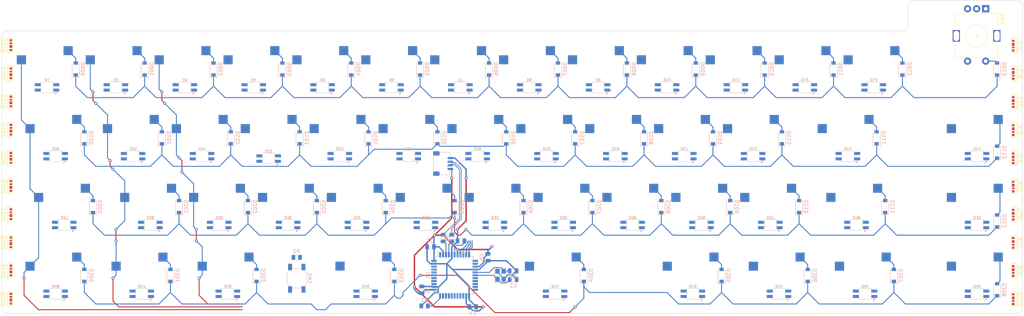
<source format=kicad_pcb>
(kicad_pcb (version 20211014) (generator pcbnew)
  (layers (0 "F.Cu" signal) (31 "B.Cu" signal) (34 "B.Paste" user) (35 "F.Paste" user) (36 "B.SilkS" user "B.Silkscreen") (37 "F.SilkS" user "F.Silkscreen") (38 "B.Mask" user) (39 "F.Mask" user) (44 "Edge.Cuts" user))
  (net 0 "")
  (net 1 "XTAL2")
  (net 2 "Net-(C1-Pad2)")
  (net 3 "XTAL1")
  (net 4 "+5V")
  (net 5 "ROW0")
  (net 6 "Net-(D000-Pad2)")
  (net 7 "Net-(D001-Pad2)")
  (net 8 "Net-(D002-Pad2)")
  (net 9 "Net-(D003-Pad2)")
  (net 10 "Net-(D004-Pad2)")
  (net 11 "Net-(D005-Pad2)")
  (net 12 "Net-(D006-Pad2)")
  (net 13 "Net-(D007-Pad2)")
  (net 14 "Net-(D008-Pad2)")
  (net 15 "Net-(D009-Pad2)")
  (net 16 "Net-(D010-Pad2)")
  (net 17 "Net-(D011-Pad2)")
  (net 18 "Net-(D012-Pad2)")
  (net 19 "Net-(D013-Pad2)")
  (net 20 "ROW1")
  (net 21 "Net-(D100-Pad2)")
  (net 22 "Net-(D101-Pad2)")
  (net 23 "Net-(D102-Pad2)")
  (net 24 "Net-(D103-Pad2)")
  (net 25 "Net-(D104-Pad2)")
  (net 26 "Net-(D105-Pad2)")
  (net 27 "Net-(D106-Pad2)")
  (net 28 "Net-(D107-Pad2)")
  (net 29 "Net-(D108-Pad2)")
  (net 30 "Net-(D109-Pad2)")
  (net 31 "Net-(D110-Pad2)")
  (net 32 "Net-(D111-Pad2)")
  (net 33 "Net-(D112-Pad2)")
  (net 34 "ROW2")
  (net 35 "Net-(D200-Pad2)")
  (net 36 "Net-(D201-Pad2)")
  (net 37 "Net-(D202-Pad2)")
  (net 38 "Net-(D203-Pad2)")
  (net 39 "Net-(D204-Pad2)")
  (net 40 "Net-(D205-Pad2)")
  (net 41 "Net-(D206-Pad2)")
  (net 42 "Net-(D207-Pad2)")
  (net 43 "Net-(D208-Pad2)")
  (net 44 "Net-(D209-Pad2)")
  (net 45 "Net-(D210-Pad2)")
  (net 46 "Net-(D211-Pad2)")
  (net 47 "Net-(D212-Pad2)")
  (net 48 "ROW3")
  (net 49 "Net-(D300-Pad2)")
  (net 50 "Net-(D301-Pad2)")
  (net 51 "Net-(D302-Pad2)")
  (net 52 "Net-(D303-Pad2)")
  (net 53 "Net-(D304-Pad2)")
  (net 54 "Net-(D305-Pad2)")
  (net 55 "Net-(D306-Pad2)")
  (net 56 "Net-(D307-Pad2)")
  (net 57 "Net-(D308-Pad2)")
  (net 58 "Net-(Du1-Pad1)")
  (net 59 "Net-(D48-Pad1)")
  (net 60 "Net-(Du2-Pad1)")
  (net 61 "Net-(Du3-Pad1)")
  (net 62 "Net-(Du4-Pad1)")
  (net 63 "Net-(Du5-Pad1)")
  (net 64 "Net-(Du6-Pad1)")
  (net 65 "Net-(Du7-Pad1)")
  (net 66 "Net-(Du8-Pad1)")
  (net 67 "Net-(Du10-Pad3)")
  (net 68 "Net-(Du10-Pad1)")
  (net 69 "Net-(Du11-Pad1)")
  (net 70 "Net-(Du12-Pad1)")
  (net 71 "Net-(Du13-Pad1)")
  (net 72 "COL0")
  (net 73 "COL1")
  (net 74 "COL2")
  (net 75 "COL3")
  (net 76 "COL4")
  (net 77 "COL5")
  (net 78 "COL6")
  (net 79 "COL7")
  (net 80 "COL8")
  (net 81 "COL9")
  (net 82 "COL10")
  (net 83 "COL11")
  (net 84 "COL12")
  (net 85 "COL13")
  (net 86 "Net-(R1-Pad1)")
  (net 87 "RST")
  (net 88 "ROT_A")
  (net 89 "ROT_B")
  (net 91 "D-")
  (net 92 "D+")
  (net 98 "LED_DATA")
  (net 100 "Net-(D1-Pad1)")
  (net 101 "Net-(D2-Pad1)")
  (net 102 "Net-(D3-Pad1)")
  (net 103 "Net-(D4-Pad1)")
  (net 104 "Net-(D5-Pad1)")
  (net 105 "Net-(D6-Pad1)")
  (net 106 "Net-(D7-Pad1)")
  (net 107 "Net-(D8-Pad1)")
  (net 108 "Net-(D10-Pad3)")
  (net 109 "Net-(D10-Pad1)")
  (net 110 "Net-(D11-Pad1)")
  (net 111 "Net-(D12-Pad1)")
  (net 112 "Net-(D13-Pad1)")
  (net 113 "Net-(D14-Pad1)")
  (net 114 "Net-(D15-Pad1)")
  (net 115 "Net-(D16-Pad1)")
  (net 116 "Net-(D17-Pad1)")
  (net 117 "Net-(D18-Pad1)")
  (net 118 "Net-(D19-Pad1)")
  (net 119 "Net-(D20-Pad1)")
  (net 120 "Net-(D21-Pad1)")
  (net 121 "Net-(D22-Pad1)")
  (net 122 "Net-(D23-Pad1)")
  (net 123 "Net-(D24-Pad1)")
  (net 124 "Net-(D25-Pad1)")
  (net 125 "Net-(D26-Pad1)")
  (net 126 "Net-(D27-Pad1)")
  (net 127 "Net-(D28-Pad1)")
  (net 128 "Net-(D29-Pad1)")
  (net 129 "Net-(D30-Pad1)")
  (net 130 "Net-(D31-Pad1)")
  (net 131 "Net-(D32-Pad1)")
  (net 132 "Net-(D33-Pad1)")
  (net 133 "Net-(D34-Pad1)")
  (net 134 "Net-(D35-Pad1)")
  (net 135 "Net-(D36-Pad1)")
  (net 136 "Net-(D37-Pad1)")
  (net 137 "Net-(D38-Pad1)")
  (net 138 "Net-(D39-Pad1)")
  (net 139 "Net-(D40-Pad1)")
  (net 140 "Net-(D41-Pad1)")
  (net 141 "Net-(D42-Pad1)")
  (net 142 "Net-(D43-Pad1)")
  (net 143 "Net-(D44-Pad1)")
  (net 144 "Net-(D45-Pad1)")
  (net 145 "Net-(D46-Pad1)")
  (net 146 "Net-(D47-Pad1)")
  (net 147 "GND")
  (net 148 "Net-(Du14-Pad1)")
  (net 149 "Net-(Du15-Pad1)")
  (net 150 "Net-(Du16-Pad1)")
  (net 151 "Net-(Du17-Pad1)")
  (net 152 "Net-(Du18-Pad1)")
  (net 153 "Net-(Du19-Pad1)")
  (net 155 "Net-(U1-Pad4)")
  (net 156 "Net-(U1-Pad3)")
  (footprint "Keebio-Parts:WS2812B-4020" (layer "F.Cu") (at 288.13125 30.65085 -90)
    (fp_text reference "Du2")
    (fp_text value "SK6812MINI" hide)
  )
  (footprint "Keebio-Parts:WS2812B-4020" (layer "F.Cu") (at 10.31875 30.65085 90)
    (fp_text reference "Du12")
    (fp_text value "SK6812MINI" hide)
  )
  (footprint "MX_Only:MXOnly-1U-Hotswap" (layer "F.Cu") (at 39.6875 29.37615)
    (fp_text reference "MX001")
    (fp_text value "Q")
  )
  (footprint "Keebio-Parts:WS2812B-4020" (layer "F.Cu") (at 288.13125 69.66135 -90)
    (fp_text reference "Du7")
    (fp_text value "SK6812MINI" hide)
  )
  (footprint "MX_Only:MXOnly-1U-Hotswap" (layer "F.Cu") (at 125.4125 67.48575)
    (fp_text reference "MX205")
    (fp_text value "B")
  )
  (footprint "Keebio-Parts:WS2812B-4020" (layer "F.Cu") (at 10.31875 46.25505 90)
    (fp_text reference "Du14")
    (fp_text value "SK6812MINI" hide)
  )
  (footprint "MX_Only:MXOnly-1.25U-Hotswap" (layer "F.Cu") (at 46.83125 86.54055)
    (fp_text reference "MX301")
    (fp_text value "Win")
  )
  (footprint "MX_Only:MXOnly-1U-Hotswap" (layer "F.Cu") (at 82.55 48.43095)
    (fp_text reference "MX103")
    (fp_text value "D")
  )
  (footprint "Keebio-Parts:WS2812B-4020" (layer "F.Cu") (at 10.31875 61.85925 90)
    (fp_text reference "Du16")
    (fp_text value "SK6812MINI" hide)
  )
  (footprint "MX_Only:MXOnly-1U-Hotswap" (layer "F.Cu") (at 115.8875 29.37615)
    (fp_text reference "MX005")
    (fp_text value "T")
  )
  (footprint "MX_Only:MXOnly-1U-Hotswap" (layer "F.Cu") (at 220.6625 67.48575)
    (fp_text reference "MX210")
    (fp_text value "/")
  )
  (footprint "MX_Only:MXOnly-1U-Hotswap" (layer "F.Cu") (at 230.1875 29.37615)
    (fp_text reference "MX011")
    (fp_text value "Backspace")
  )
  (footprint "Keebio-Parts:WS2812B-4020" (layer "F.Cu") (at 10.31875 54.05715 90)
    (fp_text reference "Du15")
    (fp_text value "SK6812MINI" hide)
  )
  (footprint "Keebio-Parts:WS2812B-4020" (layer "F.Cu") (at 288.13125 46.25505 -90)
    (fp_text reference "Du4")
    (fp_text value "SK6812MINI" hide)
  )
  (footprint "MX_Only:MXOnly-2.75U-Hotswap-ReversedStabilizers" (layer "F.Cu") (at 108.74375 86.51875)
    (fp_text reference "MX303")
    (fp_text value "SpaceL")
  )
  (footprint "Keebio-Parts:WS2812B-4020" (layer "F.Cu") (at 288.13125 77.46345 -90)
    (fp_text reference "Du8")
    (fp_text value "SK6812MINI" hide)
  )
  (footprint "Keebio-Parts:WS2812B-4020" (layer "F.Cu") (at 288.13125 85.26555 -90)
    (fp_text reference "Du9")
    (fp_text value "SK6812MINI" hide)
  )
  (footprint "MX_Only:MXOnly-1U-Hotswap" (layer "F.Cu") (at 44.45 48.43095)
    (fp_text reference "MX101")
    (fp_text value "A")
  )
  (footprint "MX_Only:MXOnly-1U-Hotswap" (layer "F.Cu") (at 201.6125 67.48575)
    (fp_text reference "MX209")
    (fp_text value ".")
  )
  (footprint "Keebio-Parts:WS2812B-4020" (layer "F.Cu") (at 10.31875 38.45295 90)
    (fp_text reference "Du13")
    (fp_text value "SK6812MINI" hide)
  )
  (footprint "MX_Only:MXOnly-1U-Hotswap" (layer "F.Cu") (at 158.75 48.43095)
    (fp_text reference "MX107")
    (fp_text value "J")
  )
  (footprint "MX_Only:MXOnly-1.25U-Hotswap" (layer "F.Cu") (at 70.64375 86.54055)
    (fp_text reference "MX302")
    (fp_text value "Alt")
  )
  (footprint "MX_Only:MXOnly-1U-Hotswap" (layer "F.Cu") (at 20.6375 29.37615)
    (fp_text reference "MX000")
    (fp_text value "Esc")
  )
  (footprint "MX_Only:MXOnly-2.75U-Hotswap-ReversedStabilizers" (layer "F.Cu") (at 161.13125 86.54055)
    (fp_text reference "MX304")
    (fp_text value "SpaceR")
  )
  (footprint "MX_Only:MXOnly-1U-Hotswap" (layer "F.Cu") (at 277.8125 67.48575)
    (fp_text reference "MX212")
    (fp_text value "M2")
  )
  (footprint "MX_Only:MXOnly-1U-Hotswap" (layer "F.Cu") (at 192.0875 29.37615)
    (fp_text reference "MX009")
    (fp_text value "O")
  )
  (footprint "MX_Only:MXOnly-1.25U-Hotswap" (layer "F.Cu") (at 246.85625 86.54055)
    (fp_text reference "MX307")
    (fp_text value "PrtSc")
  )
  (footprint "MX_Only:MXOnly-1U-Hotswap" (layer "F.Cu") (at 153.9875 29.37615)
    (fp_text reference "MX007")
    (fp_text value "U")
  )
  (footprint "MX_Only:MXOnly-1U-Hotswap" (layer "F.Cu") (at 144.4625 67.48575)
    (fp_text reference "MX206")
    (fp_text value "N")
  )
  (footprint "MX_Only:MXOnly-1U-Hotswap" (layer "F.Cu") (at 249.2375 29.37615)
    (fp_text reference "MX012")
    (fp_text value "Delete")
  )
  (footprint "Keebio-Parts:WS2812B-4020" (layer "F.Cu") (at 10.31875 22.84875 90)
    (fp_text reference "Du11")
    (fp_text value "SK6812MINI" hide)
  )
  (footprint "Keebio-Parts:WS2812B-4020" (layer "F.Cu") (at 288.13125 54.05715 -90)
    (fp_text reference "Du5")
    (fp_text value "SK6812MINI" hide)
  )
  (footprint "MX_Only:MXOnly-1U-Hotswap" (layer "F.Cu") (at 173.0375 29.37615)
    (fp_text reference "MX008")
    (fp_text value "I")
  )
  (footprint "MX_Only:MXOnly-1U-Hotswap" (layer "F.Cu") (at 139.7 48.43095)
    (fp_text reference "MX106")
    (fp_text value "H")
  )
  (footprint "MX_Only:MXOnly-1U-Hotswap" (layer "F.Cu") (at 77.7875 29.37615)
    (fp_text reference "MX003")
    (fp_text value "E")
  )
  (footprint "MX_Only:MXOnly-1U-Hotswap" (layer "F.Cu") (at 96.8375 29.37615)
    (fp_text reference "MX004")
    (fp_text value "R")
  )
  (footprint "MX_Only:MXOnly-1U-Hotswap" (layer "F.Cu") (at 277.8125 86.54055)
    (fp_text reference "MX308")
    (fp_text value "M3")
  )
  (footprint "Rotary_Encoder:RotaryEncoder_Alps_EC11E-Switch_Vertical_H20mm" (layer "F.Cu") (at 280.19375 12.7032 -90)
    (fp_text reference "SW2")
    (fp_text value "RotaryEncoder_Switch")
  )
  (footprint "MX_Only:MXOnly-1U-Hotswap" (layer "F.Cu") (at 58.7375 29.37615)
    (fp_text reference "MX002")
    (fp_text value "W")
  )
  (footprint "MX_Only:MXOnly-1U-Hotswap" (layer "F.Cu") (at 49.2125 67.48575)
    (fp_text reference "MX201")
    (fp_text value "Z")
  )
  (footprint "MX_Only:MXOnly-1.5U-Hotswap" (layer "F.Cu") (at 25.4 67.48575)
    (fp_text reference "MX200")
    (fp_text value "Shift")
  )
  (footprint "MX_Only:MXOnly-1U-Hotswap" (layer "F.Cu") (at 196.85 48.43095)
    (fp_text reference "MX109")
    (fp_text value "L")
  )
  (footprint "MX_Only:MXOnly-1U-Hotswap" (layer "F.Cu") (at 182.5625 67.48575)
    (fp_text reference "MX208")
    (fp_text value ",")
  )
  (footprint "MX_Only:MXOnly-1U-Hotswap" (layer "F.Cu") (at 211.1375 29.37615)
    (fp_text reference "MX010")
    (fp_text value "P")
  )
  (footprint "MX_Only:MXOnly-1U-Hotswap" (layer "F.Cu") (at 177.8 48.43095)
    (fp_text reference "MX108")
    (fp_text value "K")
  )
  (footprint "MX_Only:MXOnly-1U-Hotswap" (layer "F.Cu") (at 87.3125 67.48575)
    (fp_text reference "MX203")
    (fp_text value "C")
  )
  (footprint "MX_Only:MXOnly-1U-Hotswap" (layer "F.Cu") (at 163.5125 67.48575)
    (fp_text reference "MX207")
    (fp_text value "M")
  )
  (footprint "Keebio-Parts:WS2812B-4020" (layer "F.Cu") (at 288.13125 38.45295 -90)
    (fp_text reference "Du3")
    (fp_text value "SK6812MINI" hide)
  )
  (footprint "Keebio-Parts:WS2812B-4020" (layer "F.Cu") (at 10.31875 69.66135 90)
    (fp_text reference "Du17")
    (fp_text value "SK6812MINI" hide)
  )
  (footprint "Keebio-Parts:WS2812B-4020" (layer "F.Cu") (at 10.31875 77.46345 90)
    (fp_text reference "Du18")
    (fp_text value "SK6812MINI" hide)
  )
  (footprint "MX_Only:MXOnly-1U-Hotswap" (layer "F.Cu") (at 120.65 48.43095)
    (fp_text reference "MX105")
    (fp_text value "G")
  )
  (footprint "MX_Only:MXOnly-1.25U-Hotswap" (layer "F.Cu") (at 23.01875 48.43095)
    (fp_text reference "MX100")
    (fp_text value "Tab")
  )
  (footprint "MX_Only:MXOnly-1U-Hotswap" (layer "F.Cu") (at 68.2625 67.48575)
    (fp_text reference "MX202")
    (fp_text value "X")
  )
  (footprint "MX_Only:MXOnly-1U-Hotswap" (layer "F.Cu") (at 215.9 48.43095)
    (fp_text reference "MX110")
    (fp_text value "\"")
  )
  (footprint "Keebio-Parts:WS2812B-4020" (layer "F.Cu") (at 288.13125 22.84875 -90)
    (fp_text reference "Du1")
    (fp_text value "SK6812MINI" hide)
  )
  (footprint "MX_Only:MXOnly-1.5U-Hotswap" (layer "F.Cu") (at 244.475 67.48575)
    (fp_text reference "MX211")
    (fp_text value "Fn")
  )
  (footprint "Keebio-Parts:WS2812B-4020" (layer "F.Cu") (at 10.31875 85.26555 90)
    (fp_text reference "Du19")
    (fp_text value "SK6812MINI" hide)
  )
  (footprint "MX_Only:MXOnly-1.25U-Hotswap" (layer "F.Cu") (at 199.23125 86.54055)
    (fp_text reference "MX305")
    (fp_text value "PgUp")
  )
  (footprint "MX_Only:MXOnly-1.25U-Hotswap" (layer "F.Cu") (at 23.01875 86.54055)
    (fp_text reference "MX300")
    (fp_text value "Ctrl")
  )
  (footprint "MX_Only:MXOnly-1U-Hotswap" (layer "F.Cu") (at 106.3625 67.48575)
    (fp_text reference "MX204")
    (fp_text value "V")
  )
  (footprint "Keebio-Parts:WS2812B-4020" (layer "F.Cu") (at 10.31875 93.06765 90)
    (fp_text reference "Du20")
    (fp_text value "SK6812MINI" hide)
  )
  (footprint "MX_Only:MXOnly-1U-Hotswap" (layer "F.Cu") (at 101.6 48.43095)
    (fp_text reference "MX104")
    (fp_text value "F")
  )
  (footprint "MX_Only:MXOnly-1U-Hotswap" (layer "F.Cu") (at 63.5 48.43095)
    (fp_text reference "MX102")
    (fp_text value "S")
  )
  (footprint "MX_Only:MXOnly-1.25U-Hotswap" (layer "F.Cu") (at 223.04375 86.54055)
    (fp_text reference "MX306")
    (fp_text value "PgDn")
  )
  (footprint "Keebio-Parts:WS2812B-4020" (layer "F.Cu") (at 288.13125 93.06795 -90)
    (fp_text reference "Du10")
    (fp_text value "SK6812MINI" hide)
  )
  (footprint "MX_Only:MXOnly-1U-Hotswap" (layer "F.Cu") (at 277.8125 48.43095)
    (fp_text reference "MX112")
    (fp_text value "M1")
  )
  (footprint "MX_Only:MXOnly-1U-Hotswap" (layer "F.Cu") (at 134.9375 29.37615)
    (fp_text reference "MX006")
    (fp_text value "Y")
  )
  (footprint "MX_Only:MXOnly-1.75U-Hotswap" (layer "F.Cu") (at 242.09375 48.43095)
    (fp_text reference "MX111")
    (fp_text value "Enter")
  )
  (footprint "Keebio-Parts:WS2812B-4020" (layer "F.Cu") (at 288.13125 61.85925 -90)
    (fp_text reference "Du6")
    (fp_text value "SK6812MINI" hide)
  )
  (footprint "Diode_SMD:D_SOD-123" (layer "B.Cu") (at 47.625 29.37615 90)
    (fp_text reference "D001")
    (fp_text value "D")
  )
  (footprint "Keebio-Parts:SK6812-MINI-E" (layer "B.Cu") (at 244.475 72.58575)
    (fp_text reference "D38")
    (fp_text value "SK6812MINI" hide)
    (fp_line (start -1.7 1.5) (end 1.7 1.5) (layer "Edge.Cuts") (width 0.12))
    (fp_line (start -1.7 -1.5) (end -1.7 1.5) (layer "Edge.Cuts") (width 0.12))
    (fp_line (start 1.7 1.5) (end 1.7 -1.5) (layer "Edge.Cuts") (width 0.12))
    (fp_line (start 1.7 -1.5) (end -1.7 -1.5) (layer "Edge.Cuts") (width 0.12))
  )
  (footprint "Keebio-Parts:SK6812-MINI-E" (layer "B.Cu") (at 39.6875 34.47615)
    (fp_text reference "D2")
    (fp_text value "SK6812MINI" hide)
    (fp_line (start 1.7 -1.5) (end -1.7 -1.5) (layer "Edge.Cuts") (width 0.12))
    (fp_line (start 1.7 1.5) (end 1.7 -1.5) (layer "Edge.Cuts") (width 0.12))
    (fp_line (start -1.7 -1.5) (end -1.7 1.5) (layer "Edge.Cuts") (width 0.12))
    (fp_line (start -1.7 1.5) (end 1.7 1.5) (layer "Edge.Cuts") (width 0.12))
  )
  (footprint "Keebio-Parts:SK6812-MINI-E" (layer "B.Cu") (at 211.1375 34.47615)
    (fp_text reference "D11")
    (fp_text value "SK6812MINI" hide)
    (fp_line (start -1.7 -1.5) (end -1.7 1.5) (layer "Edge.Cuts") (width 0.12))
    (fp_line (start 1.7 -1.5) (end -1.7 -1.5) (layer "Edge.Cuts") (width 0.12))
    (fp_line (start 1.7 1.5) (end 1.7 -1.5) (layer "Edge.Cuts") (width 0.12))
    (fp_line (start -1.7 1.5) (end 1.7 1.5) (layer "Edge.Cuts") (width 0.12))
  )
  (footprint "Keebio-Parts:SK6812-MINI-E" (layer "B.Cu") (at 242.09375 53.53095)
    (fp_text reference "D15")
    (fp_text value "SK6812MINI" hide)
    (fp_line (start -1.7 -1.5) (end -1.7 1.5) (layer "Edge.Cuts") (width 0.12))
    (fp_line (start 1.7 -1.5) (end -1.7 -1.5) (layer "Edge.Cuts") (width 0.12))
    (fp_line (start 1.7 1.5) (end 1.7 -1.5) (layer "Edge.Cuts") (width 0.12))
    (fp_line (start -1.7 1.5) (end 1.7 1.5) (layer "Edge.Cuts") (width 0.12))
  )
  (footprint "Keebio-Parts:SK6812-MINI-E" (layer "B.Cu") (at 77.7875 34.47615)
    (fp_text reference "D4")
    (fp_text value "SK6812MINI" hide)
    (fp_line (start 1.7 -1.5) (end -1.7 -1.5) (layer "Edge.Cuts") (width 0.12))
    (fp_line (start -1.7 1.5) (end 1.7 1.5) (layer "Edge.Cuts") (width 0.12))
    (fp_line (start 1.7 1.5) (end 1.7 -1.5) (layer "Edge.Cuts") (width 0.12))
    (fp_line (start -1.7 -1.5) (end -1.7 1.5) (layer "Edge.Cuts") (width 0.12))
  )
  (footprint "Keebio-Parts:SK6812-MINI-E" (layer "B.Cu") (at 220.6625 72.58575)
    (fp_text reference "D37")
    (fp_text value "SK6812MINI" hide)
    (fp_line (start -1.7 -1.5) (end -1.7 1.5) (layer "Edge.Cuts") (width 0.12))
    (fp_line (start 1.7 -1.5) (end -1.7 -1.5) (layer "Edge.Cuts") (width 0.12))
    (fp_line (start 1.7 1.5) (end 1.7 -1.5) (layer "Edge.Cuts") (width 0.12))
    (fp_line (start -1.7 1.5) (end 1.7 1.5) (layer "Edge.Cuts") (width 0.12))
  )
  (footprint "Capacitor_SMD:C_0805_2012Metric" (layer "B.Cu") (at 149.53725 85.3109)
    (fp_text reference "C3")
    (fp_text value "22p")
  )
  (footprint "Resistor_SMD:R_0805_2012Metric" (layer "B.Cu") (at 130.175 76.2 90)
    (fp_text reference "R3")
    (fp_text value "22")
  )
  (footprint "Diode_SMD:D_SOD-123" (layer "B.Cu") (at 238.125 29.37615 90)
    (fp_text reference "D011")
    (fp_text value "D")
  )
  (footprint "Keebio-Parts:SK6812-MINI-E" (layer "B.Cu") (at 70.64375 91.64055)
    (fp_text reference "D46")
    (fp_text value "SK6812MINI" hide)
    (fp_line (start -1.7 -1.5) (end -1.7 1.5) (layer "Edge.Cuts") (width 0.12))
    (fp_line (start 1.7 1.5) (end 1.7 -1.5) (layer "Edge.Cuts") (width 0.12))
    (fp_line (start -1.7 1.5) (end 1.7 1.5) (layer "Edge.Cuts") (width 0.12))
    (fp_line (start 1.7 -1.5) (end -1.7 -1.5) (layer "Edge.Cuts") (width 0.12))
  )
  (footprint "Capacitor_SMD:C_0805_2012Metric" (layer "B.Cu") (at 149.53725 87.69275)
    (fp_text reference "C2")
    (fp_text value "22p")
  )
  (footprint "Keebio-Parts:SK6812-MINI-E" (layer "B.Cu") (at 81.915 54.19625)
    (fp_text reference "D23")
    (fp_text value "SK6812MINI" hide)
    (fp_line (start -1.7 1.5) (end 1.7 1.5) (layer "Edge.Cuts") (width 0.12))
    (fp_line (start 1.7 1.5) (end 1.7 -1.5) (layer "Edge.Cuts") (width 0.12))
    (fp_line (start 1.7 -1.5) (end -1.7 -1.5) (layer "Edge.Cuts") (width 0.12))
    (fp_line (start -1.7 -1.5) (end -1.7 1.5) (layer "Edge.Cuts") (width 0.12))
  )
  (footprint "Diode_SMD:D_SOD-123" (layer "B.Cu") (at 283.36875 71.4555 90)
    (fp_text reference "D212")
    (fp_text value "D")
  )
  (footprint "Capacitor_SMD:C_0805_2012Metric" (layer "B.Cu") (at 124.2695 90.54985 90)
    (fp_text reference "C5")
    (fp_text value "0.1u")
  )
  (footprint "Keebio-Parts:SK6812-MINI-E" (layer "B.Cu") (at 139.7 53.53095)
    (fp_text reference "D20")
    (fp_text value "SK6812MINI" hide)
    (fp_line (start 1.7 -1.5) (end -1.7 -1.5) (layer "Edge.Cuts") (width 0.12))
    (fp_line (start -1.7 1.5) (end 1.7 1.5) (layer "Edge.Cuts") (width 0.12))
    (fp_line (start 1.7 1.5) (end 1.7 -1.5) (layer "Edge.Cuts") (width 0.12))
    (fp_line (start -1.7 -1.5) (end -1.7 1.5) (layer "Edge.Cuts") (width 0.12))
  )
  (footprint "Keebio-Parts:SK6812-MINI-E" (layer "B.Cu") (at 158.75 53.53095)
    (fp_text reference "D19")
    (fp_text value "SK6812MINI" hide)
    (fp_line (start 1.7 1.5) (end 1.7 -1.5) (layer "Edge.Cuts") (width 0.12))
    (fp_line (start -1.7 -1.5) (end -1.7 1.5) (layer "Edge.Cuts") (width 0.12))
    (fp_line (start 1.7 -1.5) (end -1.7 -1.5) (layer "Edge.Cuts") (width 0.12))
    (fp_line (start -1.7 1.5) (end 1.7 1.5) (layer "Edge.Cuts") (width 0.12))
  )
  (footprint "Keebio-Parts:SK6812-MINI-E" (layer "B.Cu") (at 277.8125 91.64055)
    (fp_text reference "D40")
    (fp_text value "SK6812MINI" hide)
    (fp_line (start 1.7 -1.5) (end -1.7 -1.5) (layer "Edge.Cuts") (width 0.12))
    (fp_line (start 1.7 1.5) (end 1.7 -1.5) (layer "Edge.Cuts") (width 0.12))
    (fp_line (start -1.7 1.5) (end 1.7 1.5) (layer "Edge.Cuts") (width 0.12))
    (fp_line (start -1.7 -1.5) (end -1.7 1.5) (layer "Edge.Cuts") (width 0.12))
  )
  (footprint "Diode_SMD:D_SOD-123" (layer "B.Cu") (at 30.95625 48.43095 90)
    (fp_text reference "D100")
    (fp_text value "D")
  )
  (footprint "Keebio-Parts:SK6812-MINI-E" (layer "B.Cu") (at 134.9375 34.47615)
    (fp_text reference "D7")
    (fp_text value "SK6812MINI" hide)
    (fp_line (start -1.7 1.5) (end 1.7 1.5) (layer "Edge.Cuts") (width 0.12))
    (fp_line (start -1.7 -1.5) (end -1.7 1.5) (layer "Edge.Cuts") (width 0.12))
    (fp_line (start 1.7 1.5) (end 1.7 -1.5) (layer "Edge.Cuts") (width 0.12))
    (fp_line (start 1.7 -1.5) (end -1.7 -1.5) (layer "Edge.Cuts") (width 0.12))
  )
  (footprint "Capacitor_SMD:C_0805_2012Metric" (layer "B.Cu") (at 135.09375 76.99375)
    (fp_text reference "C1")
    (fp_text value "1u")
  )
  (footprint "Keebio-Parts:SK6812-MINI-E" (layer "B.Cu") (at 199.23125 91.64055)
    (fp_text reference "D43")
    (fp_text value "SK6812MINI" hide)
    (fp_line (start -1.7 1.5) (end 1.7 1.5) (layer "Edge.Cuts") (width 0.12))
    (fp_line (start -1.7 -1.5) (end -1.7 1.5) (layer "Edge.Cuts") (width 0.12))
    (fp_line (start 1.7 -1.5) (end -1.7 -1.5) (layer "Edge.Cuts") (width 0.12))
    (fp_line (start 1.7 1.5) (end 1.7 -1.5) (layer "Edge.Cuts") (width 0.12))
  )
  (footprint "Keebio-Parts:SK6812-MINI-E" (layer "B.Cu") (at 277.8125 72.58575)
    (fp_text reference "D39")
    (fp_text value "SK6812MINI" hide)
    (fp_line (start -1.7 1.5) (end 1.7 1.5) (layer "Edge.Cuts") (width 0.12))
    (fp_line (start 1.7 1.5) (end 1.7 -1.5) (layer "Edge.Cuts") (width 0.12))
    (fp_line (start -1.7 -1.5) (end -1.7 1.5) (layer "Edge.Cuts") (width 0.12))
    (fp_line (start 1.7 -1.5) (end -1.7 -1.5) (layer "Edge.Cuts") (width 0.12))
  )
  (footprint "Keebio-Parts:SK6812-MINI-E" (layer "B.Cu") (at 96.8375 34.47615)
    (fp_text reference "D5")
    (fp_text value "SK6812MINI" hide)
    (fp_line (start -1.7 -1.5) (end -1.7 1.5) (layer "Edge.Cuts") (width 0.12))
    (fp_line (start 1.7 -1.5) (end -1.7 -1.5) (layer "Edge.Cuts") (width 0.12))
    (fp_line (start -1.7 1.5) (end 1.7 1.5) (layer "Edge.Cuts") (width 0.12))
    (fp_line (start 1.7 1.5) (end 1.7 -1.5) (layer "Edge.Cuts") (width 0.12))
  )
  (footprint "Keebio-Parts:SK6812-MINI-E" (layer "B.Cu") (at 68.2625 72.58575)
    (fp_text reference "D29")
    (fp_text value "SK6812MINI" hide)
    (fp_line (start 1.7 -1.5) (end -1.7 -1.5) (layer "Edge.Cuts") (width 0.12))
    (fp_line (start 1.7 1.5) (end 1.7 -1.5) (layer "Edge.Cuts") (width 0.12))
    (fp_line (start -1.7 -1.5) (end -1.7 1.5) (layer "Edge.Cuts") (width 0.12))
    (fp_line (start -1.7 1.5) (end 1.7 1.5) (layer "Edge.Cuts") (width 0.12))
  )
  (footprint "Keebio-Parts:SK6812-MINI-E" (layer "B.Cu") (at 277.8125 53.53095)
    (fp_text reference "D14")
    (fp_text value "SK6812MINI" hide)
    (fp_line (start -1.7 1.5) (end 1.7 1.5) (layer "Edge.Cuts") (width 0.12))
    (fp_line (start 1.7 -1.5) (end -1.7 -1.5) (layer "Edge.Cuts") (width 0.12))
    (fp_line (start 1.7 1.5) (end 1.7 -1.5) (layer "Edge.Cuts") (width 0.12))
    (fp_line (start -1.7 -1.5) (end -1.7 1.5) (layer "Edge.Cuts") (width 0.12))
  )
  (footprint "Diode_SMD:D_SOD-123" (layer "B.Cu") (at 52.3875 48.43095 90)
    (fp_text reference "D101")
    (fp_text value "D")
  )
  (footprint "Diode_SMD:D_SOD-123" (layer "B.Cu") (at 207.16875 86.54055 90)
    (fp_text reference "D305")
    (fp_text value "D")
  )
  (footprint "Keebio-Parts:SK6812-MINI-E" (layer "B.Cu") (at 192.0875 34.47615)
    (fp_text reference "D10")
    (fp_text value "SK6812MINI" hide)
    (fp_line (start -1.7 -1.5) (end -1.7 1.5) (layer "Edge.Cuts") (width 0.12))
    (fp_line (start 1.7 -1.5) (end -1.7 -1.5) (layer "Edge.Cuts") (width 0.12))
    (fp_line (start 1.7 1.5) (end 1.7 -1.5) (layer "Edge.Cuts") (width 0.12))
    (fp_line (start -1.7 1.5) (end 1.7 1.5) (layer "Edge.Cuts") (width 0.12))
  )
  (footprint "Diode_SMD:D_SOD-123" (layer "B.Cu") (at 180.975 29.37615 90)
    (fp_text reference "D008")
    (fp_text value "D")
  )
  (footprint "Diode_SMD:D_SOD-123" (layer "B.Cu") (at 254.79375 86.54055 90)
    (fp_text reference "D307")
    (fp_text value "D")
  )
  (footprint "Crystal:Crystal_SMD_3225-4Pin_3.2x2.5mm" (layer "B.Cu") (at 146.05 86.48585 90)
    (fp_text reference "Y1")
    (fp_text value "Crystal_GND24_Small")
  )
  (footprint "Keebio-Parts:SK6812-MINI-E" (layer "B.Cu") (at 173.0375 34.47615)
    (fp_text reference "D9")
    (fp_text value "SK6812MINI" hide)
    (fp_line (start -1.7 -1.5) (end -1.7 1.5) (layer "Edge.Cuts") (width 0.12))
    (fp_line (start 1.7 1.5) (end 1.7 -1.5) (layer "Edge.Cuts") (width 0.12))
    (fp_line (start 1.7 -1.5) (end -1.7 -1.5) (layer "Edge.Cuts") (width 0.12))
    (fp_line (start -1.7 1.5) (end 1.7 1.5) (layer "Edge.Cuts") (width 0.12))
  )
  (footprint "Diode_SMD:D_SOD-123" (layer "B.Cu") (at 252.4125 67.48575 90)
    (fp_text reference "D211")
    (fp_text value "D")
  )
  (footprint "Resistor_SMD:R_0805_2012Metric" (layer "B.Cu") (at 132.55625 76.2 -90)
    (fp_text reference "R4")
    (fp_text value "22")
  )
  (footprint "Keebio-Parts:SK6812-MINI-E" (layer "B.Cu") (at 108.74375 91.64055)
    (fp_text reference "D45")
    (fp_text value "SK6812MINI" hide)
    (fp_line (start -1.7 -1.5) (end -1.7 1.5) (layer "Edge.Cuts") (width 0.12))
    (fp_line (start 1.7 1.5) (end 1.7 -1.5) (layer "Edge.Cuts") (width 0.12))
    (fp_line (start -1.7 1.5) (end 1.7 1.5) (layer "Edge.Cuts") (width 0.12))
    (fp_line (start 1.7 -1.5) (end -1.7 -1.5) (layer "Edge.Cuts") (width 0.12))
  )
  (footprint "Keebio-Parts:SK6812-MINI-E" (layer "B.Cu") (at 125.4125 72.58575)
    (fp_text reference "D32")
    (fp_text value "SK6812MINI" hide)
    (fp_line (start 1.7 1.5) (end 1.7 -1.5) (layer "Edge.Cuts") (width 0.12))
    (fp_line (start -1.7 -1.5) (end -1.7 1.5) (layer "Edge.Cuts") (width 0.12))
    (fp_line (start -1.7 1.5) (end 1.7 1.5) (layer "Edge.Cuts") (width 0.12))
    (fp_line (start 1.7 -1.5) (end -1.7 -1.5) (layer "Edge.Cuts") (width 0.12))
  )
  (footprint "Keebio-Parts:SK6812-MINI-E" (layer "B.Cu") (at 230.1875 34.47615)
    (fp_text reference "D12")
    (fp_text value "SK6812MINI" hide)
    (fp_line (start 1.7 -1.5) (end -1.7 -1.5) (layer "Edge.Cuts") (width 0.12))
    (fp_line (start 1.7 1.5) (end 1.7 -1.5) (layer "Edge.Cuts") (width 0.12))
    (fp_line (start -1.7 -1.5) (end -1.7 1.5) (layer "Edge.Cuts") (width 0.12))
    (fp_line (start -1.7 1.5) (end 1.7 1.5) (layer "Edge.Cuts") (width 0.12))
  )
  (footprint "Keebio-Parts:SK6812-MINI-E" (layer "B.Cu") (at 182.5625 72.58575)
    (fp_text reference "D35")
    (fp_text value "SK6812MINI" hide)
    (fp_line (start -1.7 -1.5) (end -1.7 1.5) (layer "Edge.Cuts") (width 0.12))
    (fp_line (start 1.7 1.5) (end 1.7 -1.5) (layer "Edge.Cuts") (width 0.12))
    (fp_line (start -1.7 1.5) (end 1.7 1.5) (layer "Edge.Cuts") (width 0.12))
    (fp_line (start 1.7 -1.5) (end -1.7 -1.5) (layer "Edge.Cuts") (width 0.12))
  )
  (footprint "Keebio-Parts:SK6812-MINI-E" (layer "B.Cu") (at 153.9875 34.47615)
    (fp_text reference "D8")
    (fp_text value "SK6812MINI" hide)
    (fp_line (start 1.7 1.5) (end 1.7 -1.5) (layer "Edge.Cuts") (width 0.12))
    (fp_line (start 1.7 -1.5) (end -1.7 -1.5) (layer "Edge.Cuts") (width 0.12))
    (fp_line (start -1.7 1.5) (end 1.7 1.5) (layer "Edge.Cuts") (width 0.12))
    (fp_line (start -1.7 -1.5) (end -1.7 1.5) (layer "Edge.Cuts") (width 0.12))
  )
  (footprint "Diode_SMD:D_SOD-123" (layer "B.Cu") (at 147.6375 48.43095 90)
    (fp_text reference "D106")
    (fp_text value "D")
  )
  (footprint "Keebio-Parts:SK6812-MINI-E" (layer "B.Cu") (at 196.85 53.53095)
    (fp_text reference "D17")
    (fp_text value "SK6812MINI" hide)
    (fp_line (start 1.7 -1.5) (end -1.7 -1.5) (layer "Edge.Cuts") (width 0.12))
    (fp_line (start -1.7 1.5) (end 1.7 1.5) (layer "Edge.Cuts") (width 0.12))
    (fp_line (start -1.7 -1.5) (end -1.7 1.5) (layer "Edge.Cuts") (width 0.12))
    (fp_line (start 1.7 1.5) (end 1.7 -1.5) (layer "Edge.Cuts") (width 0.12))
  )
  (footprint "Keebio-Parts:SK6812-MINI-E" (layer "B.Cu") (at 249.2375 34.47615)
    (fp_text reference "D13")
    (fp_text value "SK6812MINI" hide)
    (fp_line (start 1.7 1.5) (end 1.7 -1.5) (layer "Edge.Cuts") (width 0.12))
    (fp_line (start -1.7 -1.5) (end -1.7 1.5) (layer "Edge.Cuts") (width 0.12))
    (fp_line (start -1.7 1.5) (end 1.7 1.5) (layer "Edge.Cuts") (width 0.12))
    (fp_line (start 1.7 -1.5) (end -1.7 -1.5) (layer "Edge.Cuts") (width 0.12))
  )
  (footprint "Keebio-Parts:SK6812-MINI-E" (layer "B.Cu") (at 201.6125 72.58575)
    (fp_text reference "D36")
    (fp_text value "SK6812MINI" hide)
    (fp_line (start -1.7 1.5) (end 1.7 1.5) (layer "Edge.Cuts") (width 0.12))
    (fp_line (start 1.7 1.5) (end 1.7 -1.5) (layer "Edge.Cuts") (width 0.12))
    (fp_line (start -1.7 -1.5) (end -1.7 1.5) (layer "Edge.Cuts") (width 0.12))
    (fp_line (start 1.7 -1.5) (end -1.7 -1.5) (layer "Edge.Cuts") (width 0.12))
  )
  (footprint "Diode_SMD:D_SOD-123" (layer "B.Cu") (at 123.825 29.37615 90)
    (fp_text reference "D005")
    (fp_text value "D")
  )
  (footprint "Keebio-Parts:SK6812-MINI-E" (layer "B.Cu") (at 120.65 53.53095)
    (fp_text reference "D21")
    (fp_text value "SK6812MINI" hide)
    (fp_line (start -1.7 1.5) (end 1.7 1.5) (layer "Edge.Cuts") (width 0.12))
    (fp_line (start 1.7 1.5) (end 1.7 -1.5) (layer "Edge.Cuts") (width 0.12))
    (fp_line (start -1.7 -1.5) (end -1.7 1.5) (layer "Edge.Cuts") (width 0.12))
    (fp_line (start 1.7 -1.5) (end -1.7 -1.5) (layer "Edge.Cuts") (width 0.12))
  )
  (footprint "Diode_SMD:D_SOD-123" (layer "B.Cu") (at 166.6875 48.43095 90)
    (fp_text reference "D107")
    (fp_text value "D")
  )
  (footprint "Keebio-Parts:SK6812-MINI-E" (layer "B.Cu") (at 161.13125 91.64055)
    (fp_text reference "D44")
    (fp_text value "SK6812MINI" hide)
    (fp_line (start 1.7 -1.5) (end -1.7 -1.5) (layer "Edge.Cuts") (width 0.12))
    (fp_line (start -1.7 -1.5) (end -1.7 1.5) (layer "Edge.Cuts") (width 0.12))
    (fp_line (start 1.7 1.5) (end 1.7 -1.5) (layer "Edge.Cuts") (width 0.12))
    (fp_line (start -1.7 1.5) (end 1.7 1.5) (layer "Edge.Cuts") (width 0.12))
  )
  (footprint "Keebio-Parts:SK6812-MINI-E" (layer "B.Cu") (at 215.9 53.53095)
    (fp_text reference "D16")
    (fp_text value "SK6812MINI" hide)
    (fp_line (start 1.7 -1.5) (end -1.7 -1.5) (layer "Edge.Cuts") (width 0.12))
    (fp_line (start -1.7 1.5) (end 1.7 1.5) (layer "Edge.Cuts") (width 0.12))
    (fp_line (start -1.7 -1.5) (end -1.7 1.5) (layer "Edge.Cuts") (width 0.12))
    (fp_line (start 1.7 1.5) (end 1.7 -1.5) (layer "Edge.Cuts") (width 0.12))
  )
  (footprint "Diode_SMD:D_SOD-123" (layer "B.Cu") (at 66.675 29.37615 90)
    (fp_text reference "D002")
    (fp_text value "D")
  )
  (footprint "Keebio-Parts:SK6812-MINI-E" (layer "B.Cu") (at 106.3625 72.58575)
    (fp_text reference "D31")
    (fp_text value "SK6812MINI" hide)
    (fp_line (start -1.7 -1.5) (end -1.7 1.5) (layer "Edge.Cuts") (width 0.12))
    (fp_line (start 1.7 1.5) (end 1.7 -1.5) (layer "Edge.Cuts") (width 0.12))
    (fp_line (start 1.7 -1.5) (end -1.7 -1.5) (layer "Edge.Cuts") (width 0.12))
    (fp_line (start -1.7 1.5) (end 1.7 1.5) (layer "Edge.Cuts") (width 0.12))
  )
  (footprint "Package_QFP:TQFP-44_10x10mm_P0.8mm" (layer "B.Cu") (at 133.35 86.51875 -90)
    (fp_text reference "U1")
    (fp_text value "ATmega32U4-A")
  )
  (footprint "Diode_SMD:D_SOD-123" (layer "B.Cu") (at 190.5 67.48575 90)
    (fp_text reference "D208")
    (fp_text value "D")
  )
  (footprint "Diode_SMD:D_SOD-123" (layer "B.Cu") (at 57.15 67.48575 90)
    (fp_text reference "D201")
    (fp_text value "D")
  )
  (footprint "Diode_SMD:D_SOD-123" (layer "B.Cu") (at 104.775 29.37615 90)
    (fp_text reference "D004")
    (fp_text value "D")
  )
  (footprint "Diode_SMD:D_SOD-123" (layer "B.Cu") (at 28.575 29.37615 90)
    (fp_text reference "D000")
    (fp_text value "D")
  )
  (footprint "Diode_SMD:D_SOD-123" (layer "B.Cu") (at 185.7375 48.43095 90)
    (fp_text reference "D108")
    (fp_text value "D")
  )
  (footprint "Keebio-Parts:SK6812-MINI-E" (layer "B.Cu") (at 20.6375 34.47615)
    (fp_text reference "D1")
    (fp_text value "SK6812MINI" hide)
    (fp_line (start 1.7 1.5) (end 1.7 -1.5) (layer "Edge.Cuts") (width 0.12))
    (fp_line (start -1.7 -1.5) (end -1.7 1.5) (layer "Edge.Cuts") (width 0.12))
    (fp_line (start -1.7 1.5) (end 1.7 1.5) (layer "Edge.Cuts") (width 0.12))
    (fp_line (start 1.7 -1.5) (end -1.7 -1.5) (layer "Edge.Cuts") (width 0.12))
  )
  (footprint "Diode_SMD:D_SOD-123" (layer "B.Cu") (at 90.4875 48.43095 90)
    (fp_text reference "D103")
    (fp_text value "D")
  )
  (footprint "Keebio-Parts:SK6812-MINI-E" (layer "B.Cu") (at 246.85625 91.64055)
    (fp_text reference "D41")
    (fp_text value "SK6812MINI" hide)
    (fp_line (start 1.7 -1.5) (end -1.7 -1.5) (layer "Edge.Cuts") (width 0.12))
    (fp_line (start -1.7 1.5) (end 1.7 1.5) (layer "Edge.Cuts") (width 0.12))
    (fp_line (start -1.7 -1.5) (end -1.7 1.5) (layer "Edge.Cuts") (width 0.12))
    (fp_line (start 1.7 1.5) (end 1.7 -1.5) (layer "Edge.Cuts") (width 0.12))
  )
  (footprint "Diode_SMD:D_SOD-123" (layer "B.Cu") (at 30.95625 86.54055 90)
    (fp_text reference "D300")
    (fp_text value "D")
  )
  (footprint "Keebio-Parts:SK6812-MINI-E" (layer "B.Cu") (at 144.4625 72.58575)
    (fp_text reference "D33")
    (fp_text value "SK6812MINI" hide)
    (fp_line (start -1.7 1.5) (end 1.7 1.5) (layer "Edge.Cuts") (width 0.12))
    (fp_line (start -1.7 -1.5) (end -1.7 1.5) (layer "Edge.Cuts") (width 0.12))
    (fp_line (start 1.7 -1.5) (end -1.7 -1.5) (layer "Edge.Cuts") (width 0.12))
    (fp_line (start 1.7 1.5) (end 1.7 -1.5) (layer "Edge.Cuts") (width 0.12))
  )
  (footprint "Diode_SMD:D_SOD-123" (layer "B.Cu") (at 283.36875 29.37615 90)
    (fp_text reference "D013")
    (fp_text value "D")
  )
  (footprint "Diode_SMD:D_SOD-123" (layer "B.Cu") (at 54.76875 86.54055 90)
    (fp_text reference "D301")
    (fp_text value "D")
  )
  (footprint "Diode_SMD:D_SOD-123" (layer "B.Cu") (at 133.35 67.48575 90)
    (fp_text reference "D205")
    (fp_text value "D")
  )
  (footprint "Diode_SMD:D_SOD-123" (layer "B.Cu") (at 85.725 29.37615 90)
    (fp_text reference "D003")
    (fp_text value "D")
  )
  (footprint "Keebio-Parts:SK6812-MINI-E" (layer "B.Cu") (at 223.04375 91.64055)
    (fp_text reference "D42")
    (fp_text value "SK6812MINI" hide)
    (fp_line (start -1.7 1.5) (end 1.7 1.5) (layer "Edge.Cuts") (width 0.12))
    (fp_line (start 1.7 -1.5) (end -1.7 -1.5) (layer "Edge.Cuts") (width 0.12))
    (fp_line (start -1.7 -1.5) (end -1.7 1.5) (layer "Edge.Cuts") (width 0.12))
    (fp_line (start 1.7 1.5) (end 1.7 -1.5) (layer "Edge.Cuts") (width 0.12))
  )
  (footprint "Keebio-Parts:SK6812-MINI-E" (layer "B.Cu") (at 23.01875 53.53095)
    (fp_text reference "D26")
    (fp_text value "SK6812MINI" hide)
    (fp_line (start -1.7 1.5) (end 1.7 1.5) (layer "Edge.Cuts") (width 0.12))
    (fp_line (start 1.7 -1.5) (end -1.7 -1.5) (layer "Edge.Cuts") (width 0.12))
    (fp_line (start -1.7 -1.5) (end -1.7 1.5) (layer "Edge.Cuts") (width 0.12))
    (fp_line (start 1.7 1.5) (end 1.7 -1.5) (layer "Edge.Cuts") (width 0.12))
  )
  (footprint "Diode_SMD:D_SOD-123" (layer "B.Cu") (at 283.36875 90.5103 90)
    (fp_text reference "D308")
    (fp_text value "D")
  )
  (footprint "Keebio-Parts:SK6812-MINI-E" (layer "B.Cu") (at 115.8875 34.47615)
    (fp_text reference "D6")
    (fp_text value "SK6812MINI" hide)
    (fp_line (start 1.7 -1.5) (end -1.7 -1.5) (layer "Edge.Cuts") (width 0.12))
    (fp_line (start -1.7 -1.5) (end -1.7 1.5) (layer "Edge.Cuts") (width 0.12))
    (fp_line (start 1.7 1.5) (end 1.7 -1.5) (layer "Edge.Cuts") (width 0.12))
    (fp_line (start -1.7 1.5) (end 1.7 1.5) (layer "Edge.Cuts") (width 0.12))
  )
  (footprint "Diode_SMD:D_SOD-123" (layer "B.Cu") (at 257.175 29.37615 90)
    (fp_text reference "D012")
    (fp_text value "D")
  )
  (footprint "Diode_SMD:D_SOD-123" (layer "B.Cu") (at 128.5875 48.43095 90)
    (fp_text reference "D105")
    (fp_text value "D")
  )
  (footprint "Keebio-Parts:SK6812-MINI-E" (layer "B.Cu") (at 177.8 53.53095)
    (fp_text reference "D18")
    (fp_text value "SK6812MINI" hide)
    (fp_line (start -1.7 -1.5) (end -1.7 1.5) (layer "Edge.Cuts") (width 0.12))
    (fp_line (start -1.7 1.5) (end 1.7 1.5) (layer "Edge.Cuts") (width 0.12))
    (fp_line (start 1.7 -1.5) (end -1.7 -1.5) (layer "Edge.Cuts") (width 0.12))
    (fp_line (start 1.7 1.5) (end 1.7 -1.5) (layer "Edge.Cuts") (width 0.12))
  )
  (footprint "Resistor_SMD:R_0805_2012Metric" (layer "B.Cu") (at 125.0315 94.99485 180)
    (fp_text reference "R1")
    (fp_text value "1k")
  )
  (footprint "Diode_SMD:D_SOD-123" (layer "B.Cu") (at 71.4375 48.43095 90)
    (fp_text reference "D102")
    (fp_text value "D")
  )
  (footprint "Capacitor_SMD:C_0805_2012Metric" (layer "B.Cu") (at 142.5575 81.53285 -90)
    (fp_text reference "C6")
    (fp_text value "0.1u")
  )
  (footprint "Connector_JST:JST_SH_SM04B-SRSS-TB_1x04-1MP_P1.00mm_Horizontal" (layer "B.Cu") (at 130.175 55.5625 90)
    (fp_text reference "J1")
    (fp_text value "Conn_01x04")
  )
  (footprint "Resistor_SMD:R_0805_2012Metric" (layer "B.Cu") (at 89.6775 81.558 180)
    (fp_text reference "R2")
    (fp_text value "10k")
  )
  (footprint "Keebio-Parts:SK6812-MINI-E" (layer "B.Cu") (at 23.01875 91.64055)
    (fp_text reference "D48")
    (fp_text value "SK6812MINI" hide)
    (fp_line (start -1.7 -1.5) (end -1.7 1.5) (layer "Edge.Cuts") (width 0.12))
    (fp_line (start 1.7 -1.5) (end -1.7 -1.5) (layer "Edge.Cuts") (width 0.12))
    (fp_line (start 1.7 1.5) (end 1.7 -1.5) (layer "Edge.Cuts") (width 0.12))
    (fp_line (start -1.7 1.5) (end 1.7 1.5) (layer "Edge.Cuts") (width 0.12))
  )
  (footprint "Diode_SMD:D_SOD-123" (layer "B.Cu") (at 95.25 67.48575 90)
    (fp_text reference "D203")
    (fp_text value "D")
  )
  (footprint "Diode_SMD:D_SOD-123" (layer "B.Cu") (at 78.58125 86.54055 90)
    (fp_text reference "D302")
    (fp_text value "D")
  )
  (footprint "Diode_SMD:D_SOD-123" (layer "B.Cu") (at 142.875 29.37615 90)
    (fp_text reference "D006")
    (fp_text value "D")
  )
  (footprint "Keebio-Parts:SK6812-MINI-E" (layer "B.Cu") (at 25.4 72.58575)
    (fp_text reference "D27")
    (fp_text value "SK6812MINI" hide)
    (fp_line (start 1.7 -1.5) (end -1.7 -1.5) (layer "Edge.Cuts") (width 0.12))
    (fp_line (start -1.7 -1.5) (end -1.7 1.5) (layer "Edge.Cuts") (width 0.12))
    (fp_line (start -1.7 1.5) (end 1.7 1.5) (layer "Edge.Cuts") (width 0.12))
    (fp_line (start 1.7 1.5) (end 1.7 -1.5) (layer "Edge.Cuts") (width 0.12))
  )
  (footprint "Keebio-Parts:SK6812-MINI-E" (layer "B.Cu") (at 46.83125 91.64055)
    (fp_text reference "D47")
    (fp_text value "SK6812MINI" hide)
    (fp_line (start -1.7 1.5) (end 1.7 1.5) (layer "Edge.Cuts") (width 0.12))
    (fp_line (start -1.7 -1.5) (end -1.7 1.5) (layer "Edge.Cuts") (width 0.12))
    (fp_line (start 1.7 1.5) (end 1.7 -1.5) (layer "Edge.Cuts") (width 0.12))
    (fp_line (start 1.7 -1.5) (end -1.7 -1.5) (layer "Edge.Cuts") (width 0.12))
  )
  (footprint "Diode_SMD:D_SOD-123" (layer "B.Cu") (at 250.03125 48.43095 90)
    (fp_text reference "D111")
    (fp_text value "D")
  )
  (footprint "Keebio-Parts:SK6812-MINI-E" (layer "B.Cu") (at 101.6 53.53095)
    (fp_text reference "D22")
    (fp_text value "SK6812MINI" hide)
    (fp_line (start -1.7 1.5) (end 1.7 1.5) (layer "Edge.Cuts") (width 0.12))
    (fp_line (start 1.7 1.5) (end 1.7 -1.5) (layer "Edge.Cuts") (width 0.12))
    (fp_line (start 1.7 -1.5) (end -1.7 -1.5) (layer "Edge.Cuts") (width 0.12))
    (fp_line (start -1.7 -1.5) (end -1.7 1.5) (layer "Edge.Cuts") (width 0.12))
  )
  (footprint "Diode_SMD:D_SOD-123" (layer "B.Cu") (at 230.98125 86.54055 90)
    (fp_text reference "D306")
    (fp_text value "D")
  )
  (footprint "Diode_SMD:D_SOD-123" (layer "B.Cu") (at 76.2 67.48575 90)
    (fp_text reference "D202")
    (fp_text value "D")
  )
  (footprint "Capacitor_SMD:C_0805_2012Metric" (layer "B.Cu") (at 138.3665 95.24885)
    (fp_text reference "C4")
    (fp_text value "0.1u")
  )
  (footprint "Diode_SMD:D_SOD-123" (layer "B.Cu") (at 161.925 29.37615 90)
    (fp_text reference "D007")
    (fp_text value "D")
  )
  (footprint "Diode_SMD:D_SOD-123" (layer "B.Cu") (at 204.7875 48.43095 90)
    (fp_text reference "D109")
    (fp_text value "D")
  )
  (footprint "Diode_SMD:D_SOD-123" (layer "B.Cu") (at 171.45 67.48575 90)
    (fp_text reference "D207")
    (fp_text value "D")
  )
  (footprint "Diode_SMD:D_SOD-123" (layer "B.Cu") (at 116.68125 86.54055 90)
    (fp_text reference "D303")
    (fp_text value "D")
  )
  (footprint "Keebio-Parts:SK6812-MINI-E" (layer "B.Cu") (at 87.3125 72.58575)
    (fp_text reference "D30")
    (fp_text value "SK6812MINI" hide)
    (fp_line (start 1.7 -1.5) (end -1.7 -1.5) (layer "Edge.Cuts") (width 0.12))
    (fp_line (start 1.7 1.5) (end 1.7 -1.5) (layer "Edge.Cuts") (width 0.12))
    (fp_line (start -1.7 1.5) (end 1.7 1.5) (layer "Edge.Cuts") (width 0.12))
    (fp_line (start -1.7 -1.5) (end -1.7 1.5) (layer "Edge.Cuts") (width 0.12))
  )
  (footprint "Diode_SMD:D_SOD-123" (layer "B.Cu") (at 109.5375 48.43095 90)
    (fp_text reference "D104")
    (fp_text value "D")
  )
  (footprint "Keebio-Parts:SK6812-MINI-E" (layer "B.Cu") (at 44.45 53.53095)
    (fp_text reference "D25")
    (fp_text value "SK6812MINI" hide)
    (fp_line (start -1.7 -1.5) (end -1.7 1.5) (layer "Edge.Cuts") (width 0.12))
    (fp_line (start 1.7 1.5) (end 1.7 -1.5) (layer "Edge.Cuts") (width 0.12))
    (fp_line (start 1.7 -1.5) (end -1.7 -1.5) (layer "Edge.Cuts") (width 0.12))
    (fp_line (start -1.7 1.5) (end 1.7 1.5) (layer "Edge.Cuts") (width 0.12))
  )
  (footprint "Diode_SMD:D_SOD-123" (layer "B.Cu") (at 219.075 29.37615 90)
    (fp_text reference "D010")
    (fp_text value "D")
  )
  (footprint "Keebio-Parts:SK6812-MINI-E" (layer "B.Cu") (at 163.5125 72.58575)
    (fp_text reference "D34")
    (fp_text value "SK6812MINI" hide)
    (fp_line (start 1.7 1.5) (end 1.7 -1.5) (layer "Edge.Cuts") (width 0.12))
    (fp_line (start -1.7 -1.5) (end -1.7 1.5) (layer "Edge.Cuts") (width 0.12))
    (fp_line (start -1.7 1.5) (end 1.7 1.5) (layer "Edge.Cuts") (width 0.12))
    (fp_line (start 1.7 -1.5) (end -1.7 -1.5) (layer "Edge.Cuts") (width 0.12))
  )
  (footprint "Diode_SMD:D_SOD-123" (layer "B.Cu") (at 33.3375 67.48575 90)
    (fp_text reference "D200")
    (fp_text value "D")
  )
  (footprint "Diode_SMD:D_SOD-123" (layer "B.Cu") (at 209.55 67.48575 90)
    (fp_text reference "D209")
    (fp_text value "D")
  )
  (footprint "Keebio-Parts:SK6812-MINI-E" (layer "B.Cu") (at 63.5 53.53095)
    (fp_text reference "D24")
    (fp_text value "SK6812MINI" hide)
    (fp_line (start 1.7 1.5) (end 1.7 -1.5) (layer "Edge.Cuts") (width 0.12))
    (fp_line (start -1.7 -1.5) (end -1.7 1.5) (layer "Edge.Cuts") (width 0.12))
    (fp_line (start 1.7 -1.5) (end -1.7 -1.5) (layer "Edge.Cuts") (width 0.12))
    (fp_line (start -1.7 1.5) (end 1.7 1.5) (layer "Edge.Cuts") (width 0.12))
  )
  (footprint "Button_Switch_SMD:SW_SPST_SKQG_WithStem" (layer "B.Cu") (at 89.69375 87.3345 90)
    (fp_text reference "SW1")
    (fp_text value "SW_Push")
  )
  (footprint "Diode_SMD:D_SOD-123" (layer "B.Cu") (at 114.3 67.48575 90)
    (fp_text reference "D204")
    (fp_text value "D")
  )
  (footprint "Diode_SMD:D_SOD-123" (layer "B.Cu") (at 200.025 29.37615 90)
    (fp_text reference "D009")
    (fp_text value "D")
  )
  (footprint "Diode_SMD:D_SOD-123" (layer "B.Cu") (at 223.8375 48.43095 90)
    (fp_text reference "D110")
    (fp_text value "D")
  )
  (footprint "Diode_SMD:D_SOD-123" (layer "B.Cu") (at 152.4 67.48575 90)
    (fp_text reference "D206")
    (fp_text value "D")
  )
  (footprint "Keebio-Parts:SK6812-MINI-E" (layer "B.Cu") (at 49.2125 72.58575)
    (fp_text reference "D28")
    (fp_text value "SK6812MINI" hide)
    (fp_line (start 1.7 1.5) (end 1.7 -1.5) (layer "Edge.Cuts") (width 0.12))
    (fp_line (start -1.7 -1.5) (end -1.7 1.5) (layer "Edge.Cuts") (width 0.12))
    (fp_line (start 1.7 -1.5) (end -1.7 -1.5) (layer "Edge.Cuts") (width 0.12))
    (fp_line (start -1.7 1.5) (end 1.7 1.5) (layer "Edge.Cuts") (width 0.12))
  )
  (footprint "Keebio-Parts:SK6812-MINI-E" (layer "B.Cu") (at 58.7375 34.47615)
    (fp_text reference "D3")
    (fp_text value "SK6812MINI" hide)
    (fp_line (start -1.7 -1.5) (end -1.7 1.5) (layer "Edge.Cuts") (width 0.12))
    (fp_line (start 1.7 1.5) (end 1.7 -1.5) (layer "Edge.Cuts") (width 0.12))
    (fp_line (start -1.7 1.5) (end 1.7 1.5) (layer "Edge.Cuts") (width 0.12))
    (fp_line (start 1.7 -1.5) (end -1.7 -1.5) (layer "Edge.Cuts") (width 0.12))
  )
  (footprint "Diode_SMD:D_SOD-123" (layer "B.Cu") (at 169.06875 86.54055 90)
    (fp_text reference "D304")
    (fp_text value "D")
  )
  (footprint "Capacitor_SMD:C_0805_2012Metric" (layer "B.Cu") (at 126.6825 78.61185 180)
    (fp_text reference "C7")
    (fp_text value "10u")
  )
  (footprint "Diode_SMD:D_SOD-123" (layer "B.Cu") (at 283.36875 52.4007 90)
    (fp_text reference "D112")
    (fp_text value "D")
  )
  (footprint "Diode_SMD:D_SOD-123" (layer "B.Cu") (at 228.6 67.48575 90)
    (fp_text reference "D210")
    (fp_text value "D")
  )
  (gr_arc (start 258.7625 17.26085) (mid 258.297532 18.383382) (end 257.175 18.84835) (layer "Edge.Cuts") (width 0.1))
  (gr_line (start 9.7 97.06795) (end 288.75 97.06755) (layer "Edge.Cuts") (width 0.1))
  (gr_arc (start 9.7 97.06795) (mid 8.577185 96.602865) (end 8.1121 95.48005) (layer "Edge.Cuts") (width 0.1))
  (gr_line (start 257.175 18.84835) (end 9.7 18.84915) (layer "Edge.Cuts") (width 0.1))
  (gr_line (start 8.1121 94.48005) (end 8.1125 21.43665) (layer "Edge.Cuts") (width 0.1))
  (gr_arc (start 8.1125 20.43665) (mid 8.577468 19.314118) (end 9.7 18.84915) (layer "Edge.Cuts") (width 0.1))
  (gr_arc (start 258.7625 11.90925) (mid 259.227468 10.786718) (end 260.35 10.32175) (layer "Edge.Cuts") (width 0.1))
  (gr_line (start 8.1121 94.48005) (end 8.1121 95.48005) (layer "Edge.Cuts") (width 0.1))
  (gr_line (start 288.75 10.32135) (end 260.35 10.32175) (layer "Edge.Cuts") (width 0.1))
  (gr_arc (start 290.3375 95.48005) (mid 289.872532 96.602582) (end 288.75 97.06755) (layer "Edge.Cuts") (width 0.1))
  (gr_line (start 258.7625 17.26085) (end 258.7625 11.90925) (layer "Edge.Cuts") (width 0.1))
  (gr_arc (start 288.75 10.32135) (mid 289.872815 10.786435) (end 290.3379 11.90925) (layer "Edge.Cuts") (width 0.1))
  (gr_line (start 290.3375 94.48005) (end 290.3375 95.48005) (layer "Edge.Cuts") (width 0.1))
  (gr_line (start 8.1125 20.43665) (end 8.1125 21.43665) (layer "Edge.Cuts") (width 0.1))
  (gr_line (start 290.3379 11.90925) (end 290.3375 94.48005) (layer "Edge.Cuts") (width 0.1))
  (segment (start 146.124511 84.361339) (end 146.9 85.136828) (width 0.25) (layer "B.Cu") (net 1))
  (segment (start 142.918078 85.71875) (end 144.275489 84.361339) (width 0.25) (layer "B.Cu") (net 1))
  (segment (start 148.58725 85.3109) (end 146.97495 85.3109) (width 0.25) (layer "B.Cu") (net 1))
  (segment (start 146.97495 85.3109) (end 146.9 85.38585) (width 0.25) (layer "B.Cu") (net 1))
  (segment (start 144.275489 84.361339) (end 146.124511 84.361339) (width 0.25) (layer "B.Cu") (net 1))
  (segment (start 139.05 85.71875) (end 142.918078 85.71875) (width 0.25) (layer "B.Cu") (net 1))
  (segment (start 146.9 85.136828) (end 146.9 85.38585) (width 0.25) (layer "B.Cu") (net 1))
  (segment (start 133.35 80.81875) (end 133.35 78.664722) (width 0.25) (layer "B.Cu") (net 2))
  (segment (start 136.04375 77.558472) (end 135.376111 78.226111) (width 0.25) (layer "B.Cu") (net 2))
  (segment (start 133.788611 78.226111) (end 135.376111 78.226111) (width 0.25) (layer "B.Cu") (net 2))
  (segment (start 133.35 78.664722) (end 133.788611 78.226111) (width 0.25) (layer "B.Cu") (net 2))
  (segment (start 136.04375 76.99375) (end 136.04375 77.558472) (width 0.25) (layer "B.Cu") (net 2))
  (segment (start 145.2 87.68585) (end 146.124511 88.610361) (width 0.25) (layer "B.Cu") (net 3))
  (segment (start 145.2 87.58585) (end 145.2 87.68585) (width 0.25) (layer "B.Cu") (net 3))
  (segment (start 139.05 86.51875) (end 144.1329 86.51875) (width 0.25) (layer "B.Cu") (net 3))
  (segment (start 146.124511 88.610361) (end 147.669639 88.610361) (width 0.25) (layer "B.Cu") (net 3))
  (segment (start 144.1329 86.51875) (end 145.2 87.58585) (width 0.25) (layer "B.Cu") (net 3))
  (segment (start 147.669639 88.610361) (end 148.58725 87.69275) (width 0.25) (layer "B.Cu") (net 3))
  (segment (start 127.79375 75.40625) (end 130.175 75.40625) (width 0.381) (layer "F.Cu") (net 4))
  (segment (start 132.55625 70.64375) (end 132.55625 59.53125) (width 0.381) (layer "F.Cu") (net 4))
  (segment (start 122.2375 89.69375) (end 127.79375 95.25) (width 0.381) (layer "F.Cu") (net 4))
  (segment (start 122.2375 89.69375) (end 122.2375 80.9625) (width 0.381) (layer "F.Cu") (net 4))
  (segment (start 134.14375 79.375) (end 142.875 79.375) (width 0.381) (layer "F.Cu") (net 4))
  (segment (start 130.175 75.40625) (end 134.14375 79.375) (width 0.381) (layer "F.Cu") (net 4))
  (segment (start 127.79375 75.40625) (end 132.55625 70.64375) (width 0.381) (layer "F.Cu") (net 4))
  (segment (start 142.875 79.375) (end 143.66875 78.58125) (width 0.381) (layer "F.Cu") (net 4))
  (segment (start 127.79375 95.25) (end 141.2875 95.25) (width 0.381) (layer "F.Cu") (net 4))
  (segment (start 122.2375 80.9625) (end 127.79375 75.40625) (width 0.381) (layer "F.Cu") (net 4))
  (via (at 132.55625 59.53125) (size 0.8) (drill 0.4) (layers "F.Cu" "B.Cu") (net 4))
  (via (at 122.2375 89.69375) (size 0.8) (drill 0.4) (layers "F.Cu" "B.Cu") (net 4))
  (via (at 141.2875 95.25) (size 0.8) (drill 0.4) (layers "F.Cu" "B.Cu") (net 4))
  (via (at 143.66875 78.58125) (size 0.8) (drill 0.4) (layers "F.Cu" "B.Cu") (net 4))
  (via (at 127.79375 75.40625) (size 0.8) (drill 0.4) (layers "F.Cu" "B.Cu") (net 4))
  (via (at 134.14375 79.375) (size 0.8) (drill 0.4) (layers "F.Cu" "B.Cu") (net 4))
  (segment (start 142.5575 79.6925) (end 143.66875 78.58125) (width 0.381) (layer "B.Cu") (net 4))
  (segment (start 136.55 94.38235) (end 137.4165 95.24885) (width 0.381) (layer "B.Cu") (net 4))
  (segment (start 128.948122 78.61185) (end 130.15 79.813728) (width 0.381) (layer "B.Cu") (net 4))
  (segment (start 125.2506 90.51875) (end 124.2695 91.49985) (width 0.381) (layer "B.Cu") (net 4))
  (segment (start 138.53152 96.36387) (end 140.17363 96.36387) (width 0.381) (layer "B.Cu") (net 4))
  (segment (start 127.6325 78.61185) (end 127.6325 75.5675) (width 0.381) (layer "B.Cu") (net 4))
  (segment (start 132.175 57.0625) (end 132.55625 57.44375) (width 0.25) (layer "B.Cu") (net 4))
  (segment (start 141.44248 81.69787) (end 142.5575 80.58285) (width 0.381) (layer "B.Cu") (net 4))
  (segment (start 130.15 79.813728) (end 130.15 80.81875) (width 0.381) (layer "B.Cu") (net 4))
  (segment (start 127.6325 78.61185) (end 127.65 78.62935) (width 0.381) (layer "B.Cu") (net 4))
  (segment (start 127.6325 75.5675) (end 127.79375 75.40625) (width 0.381) (layer "B.Cu") (net 4))
  (segment (start 142.5575 80.58285) (end 142.5575 79.6925) (width 0.381) (layer "B.Cu") (net 4))
  (segment (start 132.55625 57.44375) (end 132.55625 59.53125) (width 0.25) (layer "B.Cu") (net 4))
  (segment (start 139.05 84.11875) (end 140.181 84.11875) (width 0.381) (layer "B.Cu") (net 4))
  (segment (start 141.44248 82.85727) (end 141.44248 81.69787) (width 0.381) (layer "B.Cu") (net 4))
  (segment (start 122.2375 90.4875) (end 122.2375 89.69375) (width 0.381) (layer "B.Cu") (net 4))
  (segment (start 136.55 92.21875) (end 136.55 94.38235) (width 0.381) (layer "B.Cu") (net 4))
  (segment (start 124.2695 91.49985) (end 123.24985 91.49985) (width 0.381) (layer "B.Cu") (net 4))
  (segment (start 127.65 78.62935) (end 127.65 82.51875) (width 0.381) (layer "B.Cu") (net 4))
  (segment (start 140.181 84.11875) (end 141.44248 82.85727) (width 0.381) (layer "B.Cu") (net 4))
  (segment (start 127.6325 78.61185) (end 128.948122 78.61185) (width 0.381) (layer "B.Cu") (net 4))
  (segment (start 137.4165 95.24885) (end 138.53152 96.36387) (width 0.381) (layer "B.Cu") (net 4))
  (segment (start 134.15 80.81875) (end 134.15 79.38125) (width 0.381) (layer "B.Cu") (net 4))
  (segment (start 140.17363 96.36387) (end 141.2875 95.25) (width 0.381) (layer "B.Cu") (net 4))
  (segment (start 123.24985 91.49985) (end 122.2375 90.4875) (width 0.381) (layer "B.Cu") (net 4))
  (segment (start 127.65 90.51875) (end 125.2506 90.51875) (width 0.381) (layer "B.Cu") (net 4))
  (segment (start 134.15 79.38125) (end 134.14375 79.375) (width 0.381) (layer "B.Cu") (net 4))
  (segment (start 85.725 34.13125) (end 85.725 31.02615) (width 0.25) (layer "B.Cu") (net 5))
  (segment (start 82.55 37.30625) (end 85.725 34.13125) (width 0.25) (layer "B.Cu") (net 5))
  (segment (start 184.15 37.30625) (end 196.85 37.30625) (width 0.25) (layer "B.Cu") (net 5))
  (segment (start 161.925 34.13125) (end 161.925 31.02615) (width 0.25) (layer "B.Cu") (net 5))
  (segment (start 69.85 37.30625) (end 82.55 37.30625) (width 0.25) (layer "B.Cu") (net 5))
  (segment (start 180.975 34.13125) (end 180.975 31.02615) (width 0.25) (layer "B.Cu") (net 5))
  (segment (start 238.125 34.13125) (end 241.3 37.30625) (width 0.25) (layer "B.Cu") (net 5))
  (segment (start 101.6 37.30625) (end 104.775 34.13125) (width 0.25) (layer "B.Cu") (net 5))
  (segment (start 134.95 80.81875) (end 134.95 79.81875) (width 0.25) (layer "B.Cu") (net 5))
  (segment (start 177.8 37.30625) (end 180.975 34.13125) (width 0.25) (layer "B.Cu") (net 5))
  (segment (start 158.75 37.30625) (end 161.925 34.13125) (width 0.25) (layer "B.Cu") (net 5))
  (segment (start 88.9 37.30625) (end 101.6 37.30625) (width 0.25) (layer "B.Cu") (net 5))
  (segment (start 139.7 37.30625) (end 142.875 34.13125) (width 0.25) (layer "B.Cu") (net 5))
  (segment (start 254 37.30625) (end 257.175 34.13125) (width 0.25) (layer "B.Cu") (net 5))
  (segment (start 222.25 37.30625) (end 234.95 37.30625) (width 0.25) (layer "B.Cu") (net 5))
  (segment (start 215.9 37.30625) (end 219.075 34.13125) (width 0.25) (layer "B.Cu") (net 5))
  (segment (start 85.725 34.13125) (end 88.9 37.30625) (width 0.25) (layer "B.Cu") (net 5))
  (segment (start 260.35 37.30625) (end 280.19375 37.30625) (width 0.25) (layer "B.Cu") (net 5))
  (segment (start 28.575 31.02615) (end 28.575 34.13125) (width 0.25) (layer "B.Cu") (net 5))
  (segment (start 123.825 34.13125) (end 127 37.30625) (width 0.25) (layer "B.Cu") (net 5))
  (segment (start 142.875 34.13125) (end 146.05 37.30625) (width 0.25) (layer "B.Cu") (net 5))
  (segment (start 107.95 37.30625) (end 120.65 37.30625) (width 0.25) (layer "B.Cu") (net 5))
  (segment (start 165.1 37.30625) (end 177.8 37.30625) (width 0.25) (layer "B.Cu") (net 5))
  (segment (start 104.775 34.13125) (end 104.775 31.02615) (width 0.25) (layer "B.Cu") (net 5))
  (segment (start 31.75 37.30625) (end 44.45 37.30625) (width 0.25) (layer "B.Cu") (net 5))
  (segment (start 161.925 34.13125) (end 165.1 37.30625) (width 0.25) (layer "B.Cu") (net 5))
  (segment (start 127 37.30625) (end 139.7 37.30625) (width 0.25) (layer "B.Cu") (net 5))
  (segment (start 180.975 34.13125) (end 184.15 37.30625) (width 0.25) (layer "B.Cu") (net 5))
  (segment (start 196.85 37.30625) (end 200.025 34.13125) (width 0.25) (layer "B.Cu") (net 5))
  (segment (start 66.675 34.13125) (end 66.675 31.02615) (width 0.25) (layer "B.Cu") (net 5))
  (segment (start 146.05 37.30625) (end 158.75 37.30625) (width 0.25) (layer "B.Cu") (net 5))
  (segment (start 238.125 34.13125) (end 238.125 31.02615) (width 0.25) (layer "B.Cu") (net 5))
  (segment (start 134.95 79.81875) (end 136.86827 77.90048) (width 0.25) (layer "B.Cu") (net 5))
  (segment (start 44.45 37.30625) (end 47.625 34.13125) (width 0.25) (layer "B.Cu") (net 5))
  (segment (start 136.86827 77.90048) (end 136.86827 76.99375) (width 0.25) (layer "B.Cu") (net 5))
  (segment (start 142.875 34.13125) (end 142.875 31.02615) (width 0.25) (layer "B.Cu") (net 5))
  (segment (start 66.675 34.13125) (end 69.85 37.30625) (width 0.25) (layer "B.Cu") (net 5))
  (segment (start 200.025 34.13125) (end 203.2 37.30625) (width 0.25) (layer "B.Cu") (net 5))
  (segment (start 219.075 34.13125) (end 222.25 37.30625) (width 0.25) (layer "B.Cu") (net 5))
  (segment (start 219.075 34.13125) (end 219.075 31.02615) (width 0.25) (layer "B.Cu") (net 5))
  (segment (start 257.175 34.13125) (end 260.35 37.30625) (width 0.25) (layer "B.Cu") (net 5))
  (segment (start 47.625 34.13125) (end 47.625 31.02615) (width 0.25) (layer "B.Cu") (net 5))
  (segment (start 234.95 37.30625) (end 238.125 34.13125) (width 0.25) (layer "B.Cu") (net 5))
  (segment (start 203.2 37.30625) (end 215.9 37.30625) (width 0.25) (layer "B.Cu") (net 5))
  (segment (start 257.175 34.13125) (end 257.175 31.02615) (width 0.25) (layer "B.Cu") (net 5))
  (segment (start 63.5 37.30625) (end 66.675 34.13125) (width 0.25) (layer "B.Cu") (net 5))
  (segment (start 123.825 34.13125) (end 123.825 31.02615) (width 0.25) (layer "B.Cu") (net 5))
  (segment (start 283.36875 34.13125) (end 283.36875 31.02615) (width 0.25) (layer "B.Cu") (net 5))
  (segment (start 28.575 34.13125) (end 31.75 37.30625) (width 0.25) (layer "B.Cu") (net 5))
  (segment (start 120.65 37.30625) (end 123.825 34.13125) (width 0.25) (layer "B.Cu") (net 5))
  (segment (start 241.3 37.30625) (end 254 37.30625) (width 0.25) (layer "B.Cu") (net 5))
  (segment (start 50.8 37.30625) (end 63.5 37.30625) (width 0.25) (layer "B.Cu") (net 5))
  (segment (start 104.775 34.13125) (end 107.95 37.30625) (width 0.25) (layer "B.Cu") (net 5))
  (segment (start 47.625 34.13125) (end 50.8 37.30625) (width 0.25) (layer "B.Cu") (net 5))
  (segment (start 200.025 34.13125) (end 200.025 31.02615) (width 0.25) (layer "B.Cu") (net 5))
  (segment (start 280.19375 37.30625) (end 283.36875 34.13125) (width 0.25) (layer "B.Cu") (net 5))
  (segment (start 28.575 26.39165) (end 28.575 27.72615) (width 0.25) (layer "B.Cu") (net 6))
  (segment (start 26.4795 24.29615) (end 28.575 26.39165) (width 0.25) (layer "B.Cu") (net 6))
  (segment (start 45.5295 24.29615) (end 47.625 26.39165) (width 0.25) (layer "B.Cu") (net 7))
  (segment (start 47.625 26.39165) (end 47.625 27.72615) (width 0.25) (layer "B.Cu") (net 7))
  (segment (start 64.5795 24.29615) (end 66.675 26.39165) (width 0.25) (layer "B.Cu") (net 8))
  (segment (start 66.675 26.39165) (end 66.675 27.72615) (width 0.25) (layer "B.Cu") (net 8))
  (segment (start 85.725 26.39165) (end 85.725 27.72615) (width 0.25) (layer "B.Cu") (net 9))
  (segment (start 83.6295 24.29615) (end 85.725 26.39165) (width 0.25) (layer "B.Cu") (net 9))
  (segment (start 102.6795 24.29615) (end 104.775 26.39165) (width 0.25) (layer "B.Cu") (net 10))
  (segment (start 104.775 26.39165) (end 104.775 27.72615) (width 0.25) (layer "B.Cu") (net 10))
  (segment (start 123.825 26.39165) (end 123.825 27.72615) (width 0.25) (layer "B.Cu") (net 11))
  (segment (start 121.7295 24.29615) (end 123.825 26.39165) (width 0.25) (layer "B.Cu") (net 11))
  (segment (start 140.7795 24.29615) (end 142.875 26.39165) (width 0.25) (layer "B.Cu") (net 12))
  (segment (start 142.875 26.39165) (end 142.875 27.72615) (width 0.25) (layer "B.Cu") (net 12))
  (segment (start 161.925 26.39165) (end 161.925 27.72615) (width 0.25) (layer "B.Cu") (net 13))
  (segment (start 159.8295 24.29615) (end 161.925 26.39165) (width 0.25) (layer "B.Cu") (net 13))
  (segment (start 178.8795 24.29615) (end 180.975 26.39165) (width 0.25) (layer "B.Cu") (net 14))
  (segment (start 180.975 26.39165) (end 180.975 27.72615) (width 0.25) (layer "B.Cu") (net 14))
  (segment (start 197.9295 24.29615) (end 200.025 26.39165) (width 0.25) (layer "B.Cu") (net 15))
  (segment (start 200.025 26.39165) (end 200.025 27.72615) (width 0.25) (layer "B.Cu") (net 15))
  (segment (start 216.9795 24.29615) (end 219.075 26.39165) (width 0.25) (layer "B.Cu") (net 16))
  (segment (start 219.075 26.39165) (end 219.075 27.72615) (width 0.25) (layer "B.Cu") (net 16))
  (segment (start 236.0295 24.29615) (end 238.125 26.39165) (width 0.25) (layer "B.Cu") (net 17))
  (segment (start 238.125 26.39165) (end 238.125 27.72615) (width 0.25) (layer "B.Cu") (net 17))
  (segment (start 255.0795 24.29615) (end 257.175 26.39165) (width 0.25) (layer "B.Cu") (net 18))
  (segment (start 257.175 26.39165) (end 257.175 27.72615) (width 0.25) (layer "B.Cu") (net 18))
  (segment (start 282.8458 27.2032) (end 283.36875 27.72615) (width 0.25) (layer "B.Cu") (net 19))
  (segment (start 280.19375 27.2032) (end 282.8458 27.2032) (width 0.25) (layer "B.Cu") (net 19))
  (segment (start 87.3125 56.35625) (end 90.4875 53.18125) (width 0.25) (layer "B.Cu") (net 20))
  (segment (start 93.6625 56.35625) (end 106.3625 56.35625) (width 0.25) (layer "B.Cu") (net 20))
  (segment (start 137.31875 78.25) (end 137.31875 76.99375) (width 0.25) (layer "B.Cu") (net 20))
  (segment (start 182.5625 56.35625) (end 185.7375 53.18125) (width 0.25) (layer "B.Cu") (net 20))
  (segment (start 204.7875 50.07615) (end 204.7875 53.18125) (width 0.25) (layer "B.Cu") (net 20))
  (segment (start 135.75 79.81875) (end 137.31875 78.25) (width 0.25) (layer "B.Cu") (net 20))
  (segment (start 207.9625 56.35625) (end 220.6625 56.35625) (width 0.25) (layer "B.Cu") (net 20))
  (segment (start 55.5625 56.35625) (end 68.2625 56.35625) (width 0.25) (layer "B.Cu") (net 20))
  (segment (start 111.125 51.59375) (end 127.0747 51.59375) (width 0.25) (layer "B.Cu") (net 20))
  (segment (start 250.03125 53.18125) (end 253.20625 56.35625) (width 0.25) (layer "B.Cu") (net 20))
  (segment (start 90.4875 53.18125) (end 93.6625 56.35625) (width 0.25) (layer "B.Cu") (net 20))
  (segment (start 71.4375 53.18125) (end 74.6125 56.35625) (width 0.25) (layer "B.Cu") (net 20))
  (segment (start 185.7375 50.07615) (end 185.7375 53.18125) (width 0.25) (layer "B.Cu") (net 20))
  (segment (start 129.305921 50.799371) (end 146.919079 50.799371) (width 0.25) (layer "B.Cu") (net 20))
  (segment (start 128.5875 50.08095) (end 129.305921 50.799371) (width 0.25) (layer "B.Cu") (net 20))
  (segment (start 106.3625 56.35625) (end 109.5375 53.18125) (width 0.25) (layer "B.Cu") (net 20))
  (segment (start 71.4375 50.07615) (end 71.4375 53.18125) (width 0.25) (layer "B.Cu") (net 20))
  (segment (start 253.20625 56.35625) (end 281.0632 56.35625) (width 0.25) (layer "B.Cu") (net 20))
  (segment (start 109.5375 50.08095) (end 109.5375 53.18125) (width 0.25) (layer "B.Cu") (net 20))
  (segment (start 250.03125 53.18125) (end 250.03125 50.08095) (width 0.25) (layer "B.Cu") (net 20))
  (segment (start 90.4875 50.07615) (end 90.4875 53.18125) (width 0.25) (layer "B.Cu") (net 20))
  (segment (start 109.5375 53.18125) (end 111.125 51.59375) (width 0.25) (layer "B.Cu") (net 20))
  (segment (start 49.2125 56.35625) (end 34.13125 56.35625) (width 0.25) (layer "B.Cu") (net 20))
  (segment (start 201.6125 56.35625) (end 204.7875 53.18125) (width 0.25) (layer "B.Cu") (net 20))
  (segment (start 52.3875 50.07615) (end 52.3875 53.18125) (width 0.25) (layer "B.Cu") (net 20))
  (segment (start 166.6875 50.07615) (end 166.6875 53.18125) (width 0.25) (layer "B.Cu") (net 20))
  (segment (start 169.8625 56.35625) (end 182.5625 56.35625) (width 0.25) (layer "B.Cu") (net 20))
  (segment (start 185.7375 53.18125) (end 188.9125 56.35625) (width 0.25) (layer "B.Cu") (net 20))
  (segment (start 68.2625 56.35625) (end 71.4375 53.18125) (width 0.25) (layer "B.Cu") (net 20))
  (segment (start 220.6625 56.35625) (end 223.8375 53.18125) (width 0.25) (layer "B.Cu") (net 20))
  (segment (start 52.3875 53.18125) (end 49.2125 56.35625) (width 0.25) (layer "B.Cu") (net 20))
  (segment (start 227.0125 56.35625) (end 246.85625 56.35625) (width 0.25) (layer "B.Cu") (net 20))
  (segment (start 74.6125 56.35625) (end 87.3125 56.35625) (width 0.25) (layer "B.Cu") (net 20))
  (segment (start 281.0632 56.35625) (end 283.36875 54.0507) (width 0.25) (layer "B.Cu") (net 20))
  (segment (start 204.7875 53.18125) (end 207.9625 56.35625) (width 0.25) (layer "B.Cu") (net 20))
  (segment (start 30.95625 53.18125) (end 30.95625 50.07615) (width 0.25) (layer "B.Cu") (net 20))
  (segment (start 150.8125 56.35625) (end 163.5125 56.35625) (width 0.25) (layer "B.Cu") (net 20))
  (segment (start 34.13125 56.35625) (end 30.95625 53.18125) (width 0.25) (layer "B.Cu") (net 20))
  (segment (start 246.85625 56.35625) (end 250.03125 53.18125) (width 0.25) (layer "B.Cu") (net 20))
  (segment (start 223.8375 53.18125) (end 227.0125 56.35625) (width 0.25) (layer "B.Cu") (net 20))
  (segment (start 166.6875 53.18125) (end 169.8625 56.35625) (width 0.25) (layer "B.Cu") (net 20))
  (segment (start 147.6375 53.18125) (end 150.8125 56.35625) (width 0.25) (layer "B.Cu") (net 20))
  (segment (start 223.8375 50.08095) (end 223.8375 53.18125) (width 0.25) (layer "B.Cu") (net 20))
  (segment (start 127.0747 51.59375) (end 128.5875 50.08095) (width 0.25) (layer "B.Cu") (net 20))
  (segment (start 146.919079 50.799371) (end 147.6375 50.08095) (width 0.25) (layer "B.Cu") (net 20))
  (segment (start 52.3875 53.18125) (end 55.5625 56.35625) (width 0.25) (layer "B.Cu") (net 20))
  (segment (start 147.6375 50.07615) (end 147.6375 53.18125) (width 0.25) (layer "B.Cu") (net 20))
  (segment (start 188.9125 56.35625) (end 201.6125 56.35625) (width 0.25) (layer "B.Cu") (net 20))
  (segment (start 163.5125 56.35625) (end 166.6875 53.18125) (width 0.25) (layer "B.Cu") (net 20))
  (segment (start 135.75 80.81875) (end 135.75 79.81875) (width 0.25) (layer "B.Cu") (net 20))
  (segment (start 30.95625 45.44645) (end 30.95625 46.78095) (width 0.25) (layer "B.Cu") (net 21))
  (segment (start 28.86075 43.35095) (end 30.95625 45.44645) (width 0.25) (layer "B.Cu") (net 21))
  (segment (start 52.3875 45.44645) (end 52.3875 46.78095) (width 0.25) (layer "B.Cu") (net 22))
  (segment (start 50.292 43.35095) (end 52.3875 45.44645) (width 0.25) (layer "B.Cu") (net 22))
  (segment (start 69.342 43.35095) (end 71.4375 45.44645) (width 0.25) (layer "B.Cu") (net 23))
  (segment (start 71.4375 45.44645) (end 71.4375 46.78095) (width 0.25) (layer "B.Cu") (net 23))
  (segment (start 90.4875 45.44645) (end 90.4875 46.78095) (width 0.25) (layer "B.Cu") (net 24))
  (segment (start 88.392 43.35095) (end 90.4875 45.44645) (width 0.25) (layer "B.Cu") (net 24))
  (segment (start 107.442 43.35095) (end 109.5375 45.44645) (width 0.25) (layer "B.Cu") (net 25))
  (segment (start 109.5375 45.44645) (end 109.5375 46.78095) (width 0.25) (layer "B.Cu") (net 25))
  (segment (start 126.492 43.35095) (end 128.5875 45.44645) (width 0.25) (layer "B.Cu") (net 26))
  (segment (start 128.5875 45.44645) (end 128.5875 46.78095) (width 0.25) (layer "B.Cu") (net 26))
  (segment (start 145.542 43.35095) (end 147.6375 45.44645) (width 0.25) (layer "B.Cu") (net 27))
  (segment (start 147.6375 45.44645) (end 147.6375 46.78095) (width 0.25) (layer "B.Cu") (net 27))
  (segment (start 166.6875 45.44645) (end 166.6875 46.78095) (width 0.25) (layer "B.Cu") (net 28))
  (segment (start 164.592 43.35095) (end 166.6875 45.44645) (width 0.25) (layer "B.Cu") (net 28))
  (segment (start 183.642 43.35095) (end 185.7375 45.44645) (width 0.25) (layer "B.Cu") (net 29))
  (segment (start 185.7375 45.44645) (end 185.7375 46.78095) (width 0.25) (layer "B.Cu") (net 29))
  (segment (start 202.692 43.35095) (end 204.7875 45.44645) (width 0.25) (layer "B.Cu") (net 30))
  (segment (start 204.7875 45.44645) (end 204.7875 46.78095) (width 0.25) (layer "B.Cu") (net 30))
  (segment (start 221.742 43.35095) (end 223.8375 45.44645) (width 0.25) (layer "B.Cu") (net 31))
  (segment (start 223.8375 45.44645) (end 223.8375 46.78095) (width 0.25) (layer "B.Cu") (net 31))
  (segment (start 247.93575 43.35095) (end 250.03125 45.44645) (width 0.25) (layer "B.Cu") (net 32))
  (segment (start 250.03125 45.44645) (end 250.03125 46.78095) (width 0.25) (layer "B.Cu") (net 32))
  (segment (start 283.6545 43.35095) (end 284.142021 43.838471) (width 0.25) (layer "B.Cu") (net 33))
  (segment (start 284.142021 49.977429) (end 283.36875 50.7507) (width 0.25) (layer "B.Cu") (net 33))
  (segment (start 284.142021 43.838471) (end 284.142021 49.977429) (width 0.25) (layer "B.Cu") (net 33))
  (segment (start 134.14375 75.40625) (end 134.9375 75.40625) (width 0.25) (layer "F.Cu") (net 34))
  (segment (start 134.9375 75.40625) (end 136.525 73.81875) (width 0.25) (layer "F.Cu") (net 34))
  (segment (start 133.35 74.6125) (end 134.14375 75.40625) (width 0.25) (layer "F.Cu") (net 34))
  (segment (start 133.35 70.64375) (end 133.35 74.6125) (width 0.25) (layer "F.Cu") (net 34))
  (via (at 133.35 70.64375) (size 0.8) (drill 0.4) (layers "F.Cu" "B.Cu") (net 34))
  (via (at 136.525 73.81875) (size 0.8) (drill 0.4) (layers "F.Cu" "B.Cu") (net 34))
  (segment (start 114.3 72.23125) (end 114.3 69.13575) (width 0.25) (layer "B.Cu") (net 34))
  (segment (start 137.76827 78.60048) (end 137.76827 76.99375) (width 0.25) (layer "B.Cu") (net 34))
  (segment (start 33.3375 72.23125) (end 33.3375 69.13575) (width 0.25) (layer "B.Cu") (net 34))
  (segment (start 168.275 75.40625) (end 171.45 72.23125) (width 0.25) (layer "B.Cu") (net 34))
  (segment (start 92.075 75.40625) (end 95.25 72.23125) (width 0.25) (layer "B.Cu") (net 34))
  (segment (start 155.575 75.40625) (end 168.275 75.40625) (width 0.25) (layer "B.Cu") (net 34))
  (segment (start 138.1125 75.40625) (end 149.225 75.40625) (width 0.25) (layer "B.Cu") (net 34))
  (segment (start 190.5 72.23125) (end 193.675 75.40625) (width 0.25) (layer "B.Cu") (net 34))
  (segment (start 225.425 75.40625) (end 228.6 72.23125) (width 0.25) (layer "B.Cu") (net 34))
  (segment (start 95.25 72.23125) (end 98.425 75.40625) (width 0.25) (layer "B.Cu") (net 34))
  (segment (start 57.15 72.23125) (end 60.325 75.40625) (width 0.25) (layer "B.Cu") (net 34))
  (segment (start 174.625 75.40625) (end 187.325 75.40625) (width 0.25) (layer "B.Cu") (net 34))
  (segment (start 209.55 72.23125) (end 212.725 75.40625) (width 0.25) (layer "B.Cu") (net 34))
  (segment (start 136.525 73.81875) (end 138.1125 75.40625) (width 0.25) (layer "B.Cu") (net 34))
  (segment (start 36.5125 75.40625) (end 33.3375 72.23125) (width 0.25) (layer "B.Cu") (net 34))
  (segment (start 131.842 70.64375) (end 133.35 69.13575) (width 0.25) (layer "B.Cu") (net 34))
  (segment (start 212.725 75.40625) (end 225.425 75.40625) (width 0.25) (layer "B.Cu") (net 34))
  (segment (start 57.15 69.12615) (end 57.15 72.23125) (width 0.25) (layer "B.Cu") (net 34))
  (segment (start 171.45 69.12615) (end 171.45 72.23125) (width 0.25) (layer "B.Cu") (net 34))
  (segment (start 98.425 75.40625) (end 111.125 75.40625) (width 0.25) (layer "B.Cu") (net 34))
  (segment (start 76.2 72.23125) (end 79.375 75.40625) (width 0.25) (layer "B.Cu") (net 34))
  (segment (start 114.3 72.23125) (end 115.8875 70.64375) (width 0.25) (layer "B.Cu") (net 34))
  (segment (start 53.975 75.40625) (end 36.5125 75.40625) (width 0.25) (layer "B.Cu") (net 34))
  (segment (start 73.025 75.40625) (end 76.2 72.23125) (width 0.25) (layer "B.Cu") (net 34))
  (segment (start 249.2375 75.40625) (end 252.4125 72.23125) (width 0.25) (layer "B.Cu") (net 34))
  (segment (start 76.2 69.12615) (end 76.2 72.23125) (width 0.25) (layer "B.Cu") (net 34))
  (segment (start 149.225 75.40625) (end 152.4 72.23125) (width 0.25) (layer "B.Cu") (net 34))
  (segment (start 136.55 80.81875) (end 136.55 79.81875) (width 0.25) (layer "B.Cu") (net 34))
  (segment (start 252.4125 72.23125) (end 255.5875 75.40625) (width 0.25) (layer "B.Cu") (net 34))
  (segment (start 252.4125 72.23125) (end 252.4125 69.13575) (width 0.25) (layer "B.Cu") (net 34))
  (segment (start 228.6 72.23125) (end 231.775 75.40625) (width 0.25) (layer "B.Cu") (net 34))
  (segment (start 206.375 75.40625) (end 209.55 72.23125) (width 0.25) (layer "B.Cu") (net 34))
  (segment (start 255.5875 75.40625) (end 281.068 75.40625) (width 0.25) (layer "B.Cu") (net 34))
  (segment (start 190.5 69.12615) (end 190.5 72.23125) (width 0.25) (layer "B.Cu") (net 34))
  (segment (start 231.775 75.40625) (end 249.2375 75.40625) (width 0.25) (layer "B.Cu") (net 34))
  (segment (start 187.325 75.40625) (end 190.5 72.23125) (width 0.25) (layer "B.Cu") (net 34))
  (segment (start 95.25 69.12615) (end 95.25 72.23125) (width 0.25) (layer "B.Cu") (net 34))
  (segment (start 111.125 75.40625) (end 114.3 72.23125) (width 0.25) (layer "B.Cu") (net 34))
  (segment (start 171.45 72.23125) (end 174.625 75.40625) (width 0.25) (layer "B.Cu") (net 34))
  (segment (start 57.15 72.23125) (end 53.975 75.40625) (width 0.25) (layer "B.Cu") (net 34))
  (segment (start 79.375 75.40625) (end 92.075 75.40625) (width 0.25) (layer "B.Cu") (net 34))
  (segment (start 152.4 72.23125) (end 155.575 75.40625) (width 0.25) (layer "B.Cu") (net 34))
  (segment (start 209.55 69.12615) (end 209.55 72.23125) (width 0.25) (layer "B.Cu") (net 34))
  (segment (start 152.4 69.12615) (end 152.4 72.23125) (width 0.25) (layer "B.Cu") (net 34))
  (segment (start 133.35 69.13575) (end 133.35 70.64375) (width 0.25) (layer "B.Cu") (net 34))
  (segment (start 60.325 75.40625) (end 73.025 75.40625) (width 0.25) (layer "B.Cu") (net 34))
  (segment (start 228.6 69.12615) (end 228.6 72.23125) (width 0.25) (layer "B.Cu") (net 34))
  (segment (start 136.55 79.81875) (end 137.76827 78.60048) (width 0.25) (layer "B.Cu") (net 34))
  (segment (start 281.068 75.40625) (end 283.36875 73.1055) (width 0.25) (layer "B.Cu") (net 34))
  (segment (start 193.675 75.40625) (end 206.375 75.40625) (width 0.25) (layer "B.Cu") (net 34))
  (segment (start 115.8875 70.64375) (end 131.842 70.64375) (width 0.25) (layer "B.Cu") (net 34))
  (segment (start 31.242 62.40575) (end 33.3375 64.50125) (width 0.25) (layer "B.Cu") (net 35))
  (segment (start 33.3375 64.50125) (end 33.3375 65.83575) (width 0.25) (layer "B.Cu") (net 35))
  (segment (start 55.0545 62.40575) (end 57.15 64.50125) (width 0.25) (layer "B.Cu") (net 36))
  (segment (start 57.15 64.50125) (end 57.15 65.83575) (width 0.25) (layer "B.Cu") (net 36))
  (segment (start 76.2 64.50125) (end 76.2 65.83575) (width 0.25) (layer "B.Cu") (net 37))
  (segment (start 74.1045 62.40575) (end 76.2 64.50125) (width 0.25) (layer "B.Cu") (net 37))
  (segment (start 93.1545 62.40575) (end 95.25 64.50125) (width 0.25) (layer "B.Cu") (net 38))
  (segment (start 95.25 64.50125) (end 95.25 65.83575) (width 0.25) (layer "B.Cu") (net 38))
  (segment (start 114.3 64.50125) (end 114.3 65.83575) (width 0.25) (layer "B.Cu") (net 39))
  (segment (start 112.2045 62.40575) (end 114.3 64.50125) (width 0.25) (layer "B.Cu") (net 39))
  (segment (start 133.35 64.50125) (end 133.35 65.83575) (width 0.25) (layer "B.Cu") (net 40))
  (segment (start 131.2545 62.40575) (end 133.35 64.50125) (width 0.25) (layer "B.Cu") (net 40))
  (segment (start 150.3045 62.40575) (end 152.4 64.50125) (width 0.25) (layer "B.Cu") (net 41))
  (segment (start 152.4 64.50125) (end 152.4 65.83575) (width 0.25) (layer "B.Cu") (net 41))
  (segment (start 171.45 64.50125) (end 171.45 65.83575) (width 0.25) (layer "B.Cu") (net 42))
  (segment (start 169.3545 62.40575) (end 171.45 64.50125) (width 0.25) (layer "B.Cu") (net 42))
  (segment (start 188.4045 62.40575) (end 190.5 64.50125) (width 0.25) (layer "B.Cu") (net 43))
  (segment (start 190.5 64.50125) (end 190.5 65.83575) (width 0.25) (layer "B.Cu") (net 43))
  (segment (start 209.55 64.50125) (end 209.55 65.83575) (width 0.25) (layer "B.Cu") (net 44))
  (segment (start 207.4545 62.40575) (end 209.55 64.50125) (width 0.25) (layer "B.Cu") (net 44))
  (segment (start 226.5045 62.40575) (end 228.6 64.50125) (width 0.25) (layer "B.Cu") (net 45))
  (segment (start 228.6 64.50125) (end 228.6 65.83575) (width 0.25) (layer "B.Cu") (net 45))
  (segment (start 250.317 62.40575) (end 252.4125 64.50125) (width 0.25) (layer "B.Cu") (net 46))
  (segment (start 252.4125 64.50125) (end 252.4125 65.83575) (width 0.25) (layer "B.Cu") (net 46))
  (segment (start 284.142021 69.032229) (end 283.36875 69.8055) (width 0.25) (layer "B.Cu") (net 47))
  (segment (start 284.142021 62.893271) (end 284.142021 69.032229) (width 0.25) (layer "B.Cu") (net 47))
  (segment (start 283.6545 62.40575) (end 284.142021 62.893271) (width 0.25) (layer "B.Cu") (net 47))
  (segment (start 144.4625 96.8375) (end 165.1 96.8375) (width 0.25) (layer "F.Cu") (net 48))
  (segment (start 165.1 96.8375) (end 166.6875 95.25) (width 0.25) (layer "F.Cu") (net 48))
  (segment (start 123.825 86.51875) (end 134.14375 86.51875) (width 0.25) (layer "F.Cu") (net 48))
  (segment (start 134.14375 86.51875) (end 144.4625 96.8375) (width 0.25) (layer "F.Cu") (net 48))
  (via (at 123.825 86.51875) (size 0.8) (drill 0.4) (layers "F.Cu" "B.Cu") (net 48))
  (via (at 166.6875 95.25) (size 0.8) (drill 0.4) (layers "F.Cu" "B.Cu") (net 48))
  (segment (start 207.16875 91.28125) (end 207.16875 88.19055) (width 0.25) (layer "B.Cu") (net 48))
  (segment (start 81.75625 94.45625) (end 93.6625 94.45625) (width 0.25) (layer "B.Cu") (net 48))
  (segment (start 119.85625 90.4875) (end 123.825 86.51875) (width 0.25) (layer "B.Cu") (net 48))
  (segment (start 54.76875 91.28125) (end 57.94375 94.45625) (width 0.25) (layer "B.Cu") (net 48))
  (segment (start 116.68125 92.075) (end 116.68125 88.19055) (width 0.25) (layer "B.Cu") (net 48))
  (segment (start 138.21779 78.786677) (end 137.35 79.654468) (width 0.25) (layer "B.Cu") (net 48))
  (segment (start 169.06875 89.69375) (end 170.65625 91.28125) (width 0.25) (layer "B.Cu") (net 48))
  (segment (start 230.98125 91.28125) (end 227.80625 94.45625) (width 0.25) (layer "B.Cu") (net 48))
  (segment (start 78.58125 91.28125) (end 81.75625 94.45625) (width 0.25) (layer "B.Cu") (net 48))
  (segment (start 254.79375 91.28125) (end 257.96875 94.45625) (width 0.25) (layer "B.Cu") (net 48))
  (segment (start 257.96875 94.45625) (end 281.0728 94.45625) (width 0.25) (layer "B.Cu") (net 48))
  (segment (start 169.06875 92.86875) (end 169.06875 88.19055) (width 0.25) (layer "B.Cu") (net 48))
  (segment (start 166.6875 95.25) (end 169.06875 92.86875) (width 0.25) (layer "B.Cu") (net 48))
  (segment (start 119.0625 91.28125) (end 119.85625 90.4875) (width 0.25) (layer "B.Cu") (net 48))
  (segment (start 170.65625 91.28125) (end 192.0875 91.28125) (width 0.25) (layer "B.Cu") (net 48))
  (segment (start 210.34375 94.45625) (end 207.16875 91.28125) (width 0.25) (layer "B.Cu") (net 48))
  (segment (start 138.21779 76.99375) (end 138.21779 78.786677) (width 0.25) (layer "B.Cu") (net 48))
  (segment (start 195.2625 94.45625) (end 203.99375 94.45625) (width 0.25) (layer "B.Cu") (net 48))
  (segment (start 34.13125 94.45625) (end 30.95625 91.28125) (width 0.25) (layer "B.Cu") (net 48))
  (segment (start 281.0728 94.45625) (end 283.36875 92.1603) (width 0.25) (layer "B.Cu") (net 48))
  (segment (start 57.94375 94.45625) (end 75.40625 94.45625) (width 0.25) (layer "B.Cu") (net 48))
  (segment (start 227.80625 94.45625) (end 210.34375 94.45625) (width 0.25) (layer "B.Cu") (net 48))
  (segment (start 95.25 96.04375) (end 97.63125 96.04375) (width 0.25) (layer "B.Cu") (net 48))
  (segment (start 51.59375 94.45625) (end 34.13125 94.45625) (width 0.25) (layer "B.Cu") (net 48))
  (segment (start 137.35 79.654468) (end 137.35 80.81875) (width 0.25) (layer "B.Cu") (net 48))
  (segment (start 116.68125 92.075) (end 117.475 92.86875) (width 0.25) (layer "B.Cu") (net 48))
  (segment (start 234.15625 94.45625) (end 230.98125 91.28125) (width 0.25) (layer "B.Cu") (net 48))
  (segment (start 251.61875 94.45625) (end 234.15625 94.45625) (width 0.25) (layer "B.Cu") (net 48))
  (segment (start 78.58125 88.19055) (end 78.58125 91.28125) (width 0.25) (layer "B.Cu") (net 48))
  (segment (start 93.6625 94.45625) (end 95.25 96.04375) (width 0.25) (layer "B.Cu") (net 48))
  (segment (start 30.95625 91.28125) (end 30.95625 88.18575) (width 0.25) (layer "B.Cu") (net 48))
  (segment (start 114.3 94.45625) (end 116.68125 92.075) (width 0.25) (layer "B.Cu") (net 48))
  (segment (start 230.98125 91.28125) (end 230.98125 88.18575) (width 0.25) (layer "B.Cu") (net 48))
  (segment (start 254.79375 91.28125) (end 251.61875 94.45625) (width 0.25) (layer "B.Cu") (net 48))
  (segment (start 254.79375 91.28125) (end 254.79375 88.19055) (width 0.25) (layer "B.Cu") (net 48))
  (segment (start 192.0875 91.28125) (end 195.2625 94.45625) (width 0.25) (layer "B.Cu") (net 48))
  (segment (start 169.06875 88.19055) (end 169.06875 89.69375) (width 0.25) (layer "B.Cu") (net 48))
  (segment (start 119.0625 92.075) (end 119.0625 91.28125) (width 0.25) (layer "B.Cu") (net 48))
  (segment (start 117.475 92.86875) (end 118.26875 92.86875) (width 0.25) (layer "B.Cu") (net 48))
  (segment (start 118.26875 92.86875) (end 119.0625 92.075) (width 0.25) (layer "B.Cu") (net 48))
  (segment (start 75.40625 94.45625) (end 78.58125 91.28125) (width 0.25) (layer "B.Cu") (net 48))
  (segment (start 54.76875 91.28125) (end 54.76875 88.18575) (width 0.25) (layer "B.Cu") (net 48))
  (segment (start 203.99375 94.45625) (end 207.16875 91.28125) (width 0.25) (layer "B.Cu") (net 48))
  (segment (start 54.76875 91.28125) (end 51.59375 94.45625) (width 0.25) (layer "B.Cu") (net 48))
  (segment (start 99.21875 94.45625) (end 114.3 94.45625) (width 0.25) (layer "B.Cu") (net 48))
  (segment (start 97.63125 96.04375) (end 99.21875 94.45625) (width 0.25) (layer "B.Cu") (net 48))
  (segment (start 30.95625 83.55605) (end 30.95625 84.89055) (width 0.25) (layer "B.Cu") (net 49))
  (segment (start 28.86075 81.46055) (end 30.95625 83.55605) (width 0.25) (layer "B.Cu") (net 49))
  (segment (start 52.67325 81.46055) (end 54.76875 83.55605) (width 0.25) (layer "B.Cu") (net 50))
  (segment (start 54.76875 83.55605) (end 54.76875 84.89055) (width 0.25) (layer "B.Cu") (net 50))
  (segment (start 76.48575 81.46055) (end 78.58125 83.55605) (width 0.25) (layer "B.Cu") (net 51))
  (segment (start 78.58125 83.55605) (end 78.58125 84.89055) (width 0.25) (layer "B.Cu") (net 51))
  (segment (start 114.58575 81.43875) (end 116.68125 83.53425) (width 0.25) (layer "B.Cu") (net 52))
  (segment (start 116.68125 83.53425) (end 116.68125 84.89055) (width 0.25) (layer "B.Cu") (net 52))
  (segment (start 166.97325 81.46055) (end 169.06875 83.55605) (width 0.25) (layer "B.Cu") (net 53))
  (segment (start 169.06875 83.55605) (end 169.06875 84.89055) (width 0.25) (layer "B.Cu") (net 53))
  (segment (start 207.16875 83.55605) (end 207.16875 84.89055) (width 0.25) (layer "B.Cu") (net 54))
  (segment (start 205.07325 81.46055) (end 207.16875 83.55605) (width 0.25) (layer "B.Cu") (net 54))
  (segment (start 230.98125 83.55605) (end 230.98125 84.89055) (width 0.25) (layer "B.Cu") (net 55))
  (segment (start 228.88575 81.46055) (end 230.98125 83.55605) (width 0.25) (layer "B.Cu") (net 55))
  (segment (start 254.79375 83.55605) (end 254.79375 84.89055) (width 0.25) (layer "B.Cu") (net 56))
  (segment (start 252.69825 81.46055) (end 254.79375 83.55605) (width 0.25) (layer "B.Cu") (net 56))
  (segment (start 284.142021 88.087029) (end 283.36875 88.8603) (width 0.25) (layer "B.Cu") (net 57))
  (segment (start 283.6545 81.46055) (end 284.142021 81.948071) (width 0.25) (layer "B.Cu") (net 57))
  (segment (start 284.142021 81.948071) (end 284.142021 88.087029) (width 0.25) (layer "B.Cu") (net 57))
  (segment (start 14.2875 87.3125) (end 14.2875 92.075) (width 0.25) (layer "F.Cu") (net 72))
  (segment (start 18.25625 96.04375) (end 74.6125 96.04375) (width 0.25) (layer "F.Cu") (net 72))
  (segment (start 14.2875 92.075) (end 18.25625 96.04375) (width 0.25) (layer "F.Cu") (net 72))
  (via (at 14.2875 87.3125) (size 0.8) (drill 0.4) (layers "F.Cu" "B.Cu") (net 72))
  (segment (start 15.93375 84.00055) (end 15.93375 84.07875) (width 0.25) (layer "B.Cu") (net 72))
  (segment (start 18.315 64.94575) (end 18.315 81.6193) (width 0.25) (layer "B.Cu") (net 72))
  (segment (start 15.93375 62.5645) (end 18.315 64.94575) (width 0.25) (layer "B.Cu") (net 72))
  (segment (start 14.2875 85.725) (end 14.2875 87.3125) (width 0.25) (layer "B.Cu") (net 72))
  (segment (start 18.315 81.6193) (end 15.93375 84.00055) (width 0.25) (layer "B.Cu") (net 72))
  (segment (start 15.93375 45.89095) (end 15.93375 62.5645) (width 0.25) (layer "B.Cu") (net 72))
  (segment (start 13.5525 26.83615) (end 13.5525 43.5097) (width 0.25) (layer "B.Cu") (net 72))
  (segment (start 13.5525 43.5097) (end 15.93375 45.89095) (width 0.25) (layer "B.Cu") (net 72))
  (segment (start 15.93375 84.07875) (end 14.2875 85.725) (width 0.25) (layer "B.Cu") (net 72))
  (segment (start 33.3375 38.1) (end 34.13125 38.89375) (width 0.25) (layer "F.Cu") (net 73))
  (segment (start 39.6875 73.81875) (end 39.6875 76.99375) (width 0.25) (layer "F.Cu") (net 73))
  (segment (start 38.89375 87.3125) (end 38.89375 93.6625) (width 0.25) (layer "F.Cu") (net 73))
  (segment (start 38.89375 93.6625) (end 40.48125 95.25) (width 0.25) (layer "F.Cu") (net 73))
  (segment (start 38.1 54.76875) (end 38.1 56.35625) (width 0.25) (layer "F.Cu") (net 73))
  (segment (start 33.3375 35.71875) (end 33.3375 38.1) (width 0.25) (layer "F.Cu") (net 73))
  (segment (start 38.1 56.35625) (end 38.89375 57.15) (width 0.25) (layer "F.Cu") (net 73))
  (segment (start 40.48125 95.25) (end 74.6125 95.25) (width 0.25) (layer "F.Cu") (net 73))
  (via (at 34.13125 38.89375) (size 0.8) (drill 0.4) (layers "F.Cu" "B.Cu") (net 73))
  (via (at 38.89375 87.3125) (size 0.8) (drill 0.4) (layers "F.Cu" "B.Cu") (net 73))
  (via (at 39.6875 73.81875) (size 0.8) (drill 0.4) (layers "F.Cu" "B.Cu") (net 73))
  (via (at 33.3375 35.71875) (size 0.8) (drill 0.4) (layers "F.Cu" "B.Cu") (net 73))
  (via (at 39.6875 76.99375) (size 0.8) (drill 0.4) (layers "F.Cu" "B.Cu") (net 73))
  (via (at 38.1 54.76875) (size 0.8) (drill 0.4) (layers "F.Cu" "B.Cu") (net 73))
  (via (at 38.89375 57.15) (size 0.8) (drill 0.4) (layers "F.Cu" "B.Cu") (net 73))
  (segment (start 42.1275 71.37875) (end 39.6875 73.81875) (width 0.25) (layer "B.Cu") (net 73))
  (segment (start 42.1275 60.38375) (end 42.1275 64.94575) (width 0.25) (layer "B.Cu") (net 73))
  (segment (start 39.6875 76.99375) (end 39.74625 77.0525) (width 0.25) (layer "B.Cu") (net 73))
  (segment (start 42.1275 64.94575) (end 42.1275 71.37875) (width 0.25) (layer "B.Cu") (net 73))
  (segment (start 32.6025 26.92875) (end 32.6025 34.98375) (width 0.25) (layer "B.Cu") (net 73))
  (segment (start 39.74625 86.46) (end 38.89375 87.3125) (width 0.25) (layer "B.Cu") (net 73))
  (segment (start 37.365 42.1275) (end 37.365 45.89095) (width 0.25) (layer "B.Cu") (net 73))
  (segment (start 32.6025 26.83615) (end 32.6025 26.92875) (width 0.25) (layer "B.Cu") (net 73))
  (segment (start 39.74625 84.00055) (end 39.74625 86.46) (width 0.25) (layer "B.Cu") (net 73))
  (segment (start 37.365 54.03375) (end 38.1 54.76875) (width 0.25) (layer "B.Cu") (net 73))
  (segment (start 34.13125 38.89375) (end 37.365 42.1275) (width 0.25) (layer "B.Cu") (net 73))
  (segment (start 38.89375 57.15) (end 42.1275 60.38375) (width 0.25) (layer "B.Cu") (net 73))
  (segment (start 39.74625 77.0525) (end 39.74625 84.00055) (width 0.25) (layer "B.Cu") (net 73))
  (segment (start 37.365 45.89095) (end 37.365 54.03375) (width 0.25) (layer "B.Cu") (net 73))
  (segment (start 32.6025 34.98375) (end 33.3375 35.71875) (width 0.25) (layer "B.Cu") (net 73))
  (segment (start 52.3875 38.1) (end 53.18125 38.89375) (width 0.25) (layer "F.Cu") (net 74))
  (segment (start 61.9125 73.81875) (end 61.9125 76.99375) (width 0.25) (layer "F.Cu") (net 74))
  (segment (start 62.70625 87.3125) (end 62.70625 92.075) (width 0.25) (layer "F.Cu") (net 74))
  (segment (start 62.70625 92.075) (end 65.0875 94.45625) (width 0.25) (layer "F.Cu") (net 74))
  (segment (start 57.15 53.975) (end 57.94375 54.76875) (width 0.25) (layer "F.Cu") (net 74))
  (segment (start 57.94375 54.76875) (end 57.94375 57.94375) (width 0.25) (layer "F.Cu") (net 74))
  (segment (start 52.3875 35.71875) (end 52.3875 38.1) (width 0.25) (layer "F.Cu") (net 74))
  (segment (start 65.0875 94.45625) (end 74.6125 94.45625) (width 0.25) (layer "F.Cu") (net 74))
  (via (at 52.3875 35.71875) (size 0.8) (drill 0.4) (layers "F.Cu" "B.Cu") (net 74))
  (via (at 57.94375 57.94375) (size 0.8) (drill 0.4) (layers "F.Cu" "B.Cu") (net 74))
  (via (at 57.15 53.975) (size 0.8) (drill 0.4) (layers "F.Cu" "B.Cu") (net 74))
  (via (at 53.18125 38.89375) (size 0.8) (drill 0.4) (layers "F.Cu" "B.Cu") (net 74))
  (via (at 61.9125 76.99375) (size 0.8) (drill 0.4) (layers "F.Cu" "B.Cu") (net 74))
  (via (at 62.70625 87.3125) (size 0.8) (drill 0.4) (layers "F.Cu" "B.Cu") (net 74))
  (via (at 61.9125 73.81875) (size 0.8) (drill 0.4) (layers "F.Cu" "B.Cu") (net 74))
  (segment (start 51.6525 26.83615) (end 51.6525 34.98375) (width 0.25) (layer "B.Cu") (net 74))
  (segment (start 57.94375 57.94375) (end 61.1775 61.1775) (width 0.25) (layer "B.Cu") (net 74))
  (segment (start 61.1775 73.08375) (end 61.9125 73.81875) (width 0.25) (layer "B.Cu") (net 74))
  (segment (start 56.415 53.24) (end 57.15 53.975) (width 0.25) (layer "B.Cu") (net 74))
  (segment (start 53.18125 38.89375) (end 56.415 42.1275) (width 0.25) (layer "B.Cu") (net 74))
  (segment (start 61.1775 64.94575) (end 61.1775 73.08375) (width 0.25) (layer "B.Cu") (net 74))
  (segment (start 56.415 42.1275) (end 56.415 45.89095) (width 0.25) (layer "B.Cu") (net 74))
  (segment (start 61.9125 76.99375) (end 63.55875 78.64) (width 0.25) (layer "B.Cu") (net 74))
  (segment (start 61.1775 61.1775) (end 61.1775 64.94575) (width 0.25) (layer "B.Cu") (net 74))
  (segment (start 63.55875 78.64) (end 63.55875 84.00055) (width 0.25) (layer "B.Cu") (net 74))
  (segment (start 63.55875 84.00055) (end 63.55875 86.46) (width 0.25) (layer "B.Cu") (net 74))
  (segment (start 56.415 45.89095) (end 56.415 53.24) (width 0.25) (layer "B.Cu") (net 74))
  (segment (start 63.55875 86.46) (end 62.70625 87.3125) (width 0.25) (layer "B.Cu") (net 74))
  (segment (start 51.6525 34.98375) (end 52.3875 35.71875) (width 0.25) (layer "B.Cu") (net 74))
  (segment (start 125.944 94.99485) (end 127.25515 94.99485) (width 0.25) (layer "B.Cu") (net 86))
  (segment (start 129.35 92.9) (end 129.35 92.21875) (width 0.25) (layer "B.Cu") (net 86))
  (segment (start 127.25515 94.99485) (end 129.35 92.9) (width 0.25) (layer "B.Cu") (net 86))
  (segment (start 132.449999 55.787501) (end 133.256801 55.787501) (width 0.2) (layer "B.Cu") (net 91))
  (segment (start 134.7125 57.2432) (end 134.7125 70.75) (width 0.2) (layer "B.Cu") (net 91))
  (segment (start 134.7125 70.75) (end 130.175 75.2875) (width 0.2) (layer "B.Cu") (net 91))
  (segment (start 133.256801 55.787501) (end 134.7125 57.2432) (width 0.2) (layer "B.Cu") (net 91))
  (segment (start 132.175 56.0625) (end 132.449999 55.787501) (width 0.2) (layer "B.Cu") (net 91))
  (segment (start 132.449999 55.337499) (end 133.443199 55.337499) (width 0.2) (layer "B.Cu") (net 92))
  (segment (start 135.1625 57.0568) (end 135.1625 70.936397) (width 0.2) (layer "B.Cu") (net 92))
  (segment (start 132.175 55.0625) (end 132.449999 55.337499) (width 0.2) (layer "B.Cu") (net 92))
  (segment (start 133.443199 55.337499) (end 135.1625 57.0568) (width 0.2) (layer "B.Cu") (net 92))
  (segment (start 132.55625 73.542647) (end 132.55625 75.2875) (width 0.2) (layer "B.Cu") (net 92))
  (segment (start 135.1625 70.936397) (end 132.55625 73.542647) (width 0.2) (layer "B.Cu") (net 92))
  (segment (start 136.525 59.53125) (end 136.525 71.4375) (width 0.381) (layer "F.Cu") (net 147))
  (segment (start 136.525 71.4375) (end 134.14375 73.81875) (width 0.381) (layer "F.Cu") (net 147))
  (via (at 134.14375 73.81875) (size 0.8) (drill 0.4) (layers "F.Cu" "B.Cu") (net 147))
  (via (at 136.525 59.53125) (size 0.8) (drill 0.4) (layers "F.Cu" "B.Cu") (net 147))
  (segment (start 146.9 87.58585) (end 146.9 87.34735) (width 0.25) (layer "B.Cu") (net 147))
  (segment (start 132.55 81.94975) (end 132.55 80.81875) (width 0.381) (layer "B.Cu") (net 147))
  (segment (start 150.48725 87.61674) (end 150.48725 87.69275) (width 0.381) (layer "B.Cu") (net 147))
  (segment (start 132.55 80.81875) (end 132.55 78.736374) (width 0.381) (layer "B.Cu") (net 147))
  (segment (start 128.692522 91.28125) (end 128.790011 91.183761) (width 0.381) (layer "B.Cu") (net 147))
  (segment (start 147.6592 82.48285) (end 150.48725 85.3109) (width 0.381) (layer "B.Cu") (net 147))
  (segment (start 132.55 78.736374) (end 134.14375 77.142624) (width 0.381) (layer "B.Cu") (net 147))
  (segment (start 150.41145 85.3109) (end 149.29643 86.42592) (width 0.381) (layer "B.Cu") (net 147))
  (segment (start 126.644978 83.31875) (end 127.65 83.31875) (width 0.381) (layer "B.Cu") (net 147))
  (segment (start 145.2 85.64735) (end 145.2 85.38585) (width 0.25) (layer "B.Cu") (net 147))
  (segment (start 137.35 93.28235) (end 139.3165 95.24885) (width 0.381) (layer "B.Cu") (net 147))
  (segment (start 128.790011 89.896261) (end 128.6125 89.71875) (width 0.381) (layer "B.Cu") (net 147))
  (segment (start 137.35 89.48775) (end 131.181 83.31875) (width 0.381) (layer "B.Cu") (net 147))
  (segment (start 148.05993 86.42592) (end 146.9 87.58585) (width 0.381) (layer "B.Cu") (net 147))
  (segment (start 145.2 85.38585) (end 145.23475 85.38585) (width 0.25) (layer "B.Cu") (net 147))
  (segment (start 149.29643 86.42592) (end 148.05993 86.42592) (width 0.381) (layer "B.Cu") (net 147))
  (segment (start 136.525 57.15) (end 136.525 59.53125) (width 0.381) (layer "B.Cu") (net 147))
  (segment (start 149.29643 86.42592) (end 150.48725 87.61674) (width 0.381) (layer "B.Cu") (net 147))
  (segment (start 132.781 84.91875) (end 131.181 83.31875) (width 0.381) (layer "B.Cu") (net 147))
  (segment (start 125.7325 78.61185) (end 125.7325 82.406272) (width 0.381) (layer "B.Cu") (net 147))
  (segment (start 134.14375 73.81875) (end 134.14375 76.99375) (width 0.381) (layer "B.Cu") (net 147))
  (segment (start 132.175 54.0625) (end 133.4375 54.0625) (width 0.381) (layer "B.Cu") (net 147))
  (segment (start 131.181 87.505272) (end 131.181 83.31875) (width 0.381) (layer "B.Cu") (net 147))
  (segment (start 128.790011 89.896261) (end 131.181 87.505272) (width 0.381) (layer "B.Cu") (net 147))
  (segment (start 142.5575 82.56323) (end 142.5575 82.48285) (width 0.381) (layer "B.Cu") (net 147))
  (segment (start 128.790011 91.183761) (end 128.790011 89.896261) (width 0.381) (layer "B.Cu") (net 147))
  (segment (start 131.181 83.31875) (end 132.55 81.94975) (width 0.381) (layer "B.Cu") (net 147))
  (segment (start 124.119 94.99485) (end 127.8326 91.28125) (width 0.381) (layer "B.Cu") (net 147))
  (segment (start 128.6125 89.71875) (end 127.65 89.71875) (width 0.381) (layer "B.Cu") (net 147))
  (segment (start 140.20198 84.91875) (end 142.5575 82.56323) (width 0.381) (layer "B.Cu") (net 147))
  (segment (start 125.7325 82.406272) (end 126.644978 83.31875) (width 0.381) (layer "B.Cu") (net 147))
  (segment (start 146.9 87.34735) (end 145.2 85.64735) (width 0.25) (layer "B.Cu") (net 147))
  (segment (start 139.05 84.91875) (end 140.20198 84.91875) (width 0.381) (layer "B.Cu") (net 147))
  (segment (start 142.5575 82.48285) (end 147.6592 82.48285) (width 0.381) (layer "B.Cu") (net 147))
  (segment (start 133.4375 54.0625) (end 136.525 57.15) (width 0.381) (layer "B.Cu") (net 147))
  (segment (start 127.8326 91.28125) (end 128.692522 91.28125) (width 0.381) (layer "B.Cu") (net 147))
  (segment (start 137.35 92.21875) (end 137.35 89.48775) (width 0.381) (layer "B.Cu") (net 147))
  (segment (start 139.05 84.91875) (end 132.781 84.91875) (width 0.381) (layer "B.Cu") (net 147))
  (segment (start 124.2695 89.59985) (end 127.5311 89.59985) (width 0.381) (layer "B.Cu") (net 147))
  (segment (start 134.14375 77.142624) (end 134.14375 76.99375) (width 0.381) (layer "B.Cu") (net 147))
  (segment (start 150.48725 85.3109) (end 150.41145 85.3109) (width 0.381) (layer "B.Cu") (net 147))
  (segment (start 127.65 83.31875) (end 131.181 83.31875) (width 0.381) (layer "B.Cu") (net 147))
  (segment (start 137.35 92.21875) (end 137.35 93.28235) (width 0.381) (layer "B.Cu") (net 147))
  (segment (start 127.5311 89.59985) (end 127.65 89.71875) (width 0.381) (layer "B.Cu") (net 147))
  (segment (start 131.75 80.81875) (end 131.75 77.91875) (width 0.25) (layer "B.Cu") (net 155))
  (segment (start 131.75 77.91875) (end 132.55625 77.1125) (width 0.25) (layer "B.Cu") (net 155))
  (segment (start 130.95 77.8875) (end 130.95 80.81875) (width 0.25) (layer "B.Cu") (net 156))
  (segment (start 130.175 77.1125) (end 130.95 77.8875) (width 0.25) (layer "B.Cu") (net 156))
)
</source>
